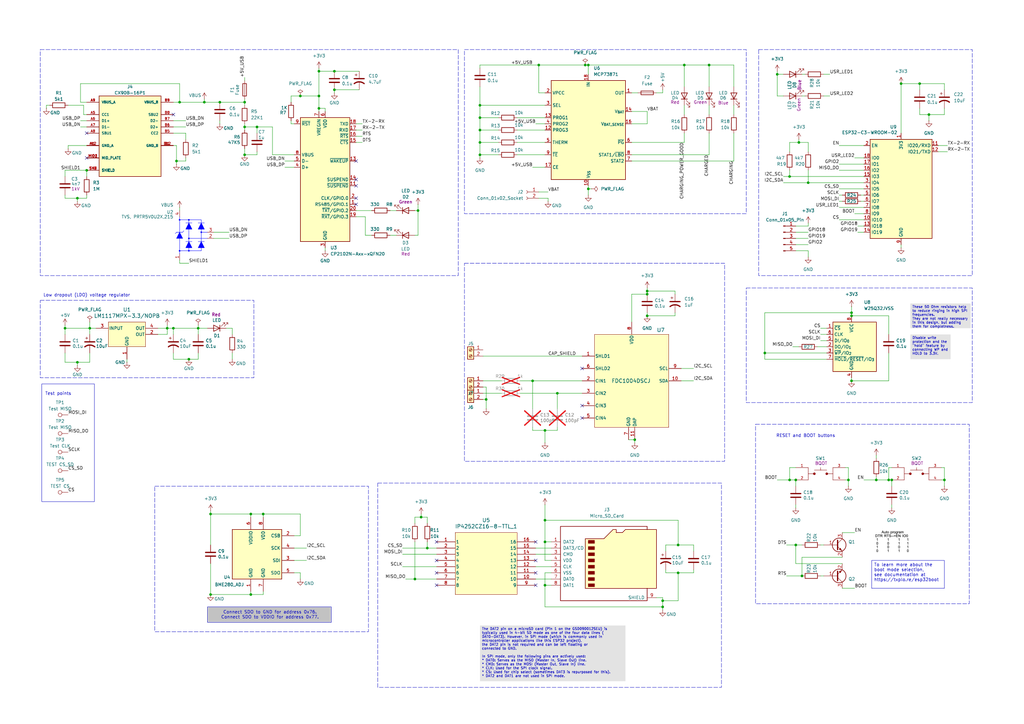
<source format=kicad_sch>
(kicad_sch (version 20250114) (generator "eeschema") (generator_version "9.0")
  (paper "A3")
  (title_block (title "SE Capacitive Sensor for WMC") (date "2025-03-04") (company "Schwengle-Electronics") (comment 1 "ing.Gianfranco Schwengle(CID)"))
  (lib_symbols
    (symbol "2025-05-15_18-18-51:FDC1004DSCJ" (pin_names (offset 0.254))
      (property "Reference" "U" (at 0 2.54 0))
      (property "Value" "FDC1004DSCJ" (at 0 0 0))
      (symbol "FDC1004DSCJ_0_1"
        (pin output line (at -20.32 10.16 0) (length 5.08) (name "SHLD1") (number "1"))
        (pin output line (at -20.32 5.08 0) (length 5.08) (name "SHLD2") (number "6"))
        (pin input line (at -20.32 0 0) (length 5.08) (name "CIN1") (number "2"))
        (pin input line (at -20.32 -5.08 0) (length 5.08) (name "CIN2") (number "3"))
        (pin input line (at -20.32 -10.16 0) (length 5.08) (name "CIN3") (number "4"))
        (pin input line (at -20.32 -15.24 0) (length 5.08) (name "CIN4") (number "5"))
        (pin power_in line (at -1.27 -24.13 90) (length 5.08) (name "GND") (number "7"))
        (pin power_in line (at 0 24.13 270) (length 5.08) (name "VDD") (number "8"))
        (pin unspecified line (at 1.27 -24.13 90) (length 5.08) (name "DAP") (number "11"))
        (pin input line (at 20.32 5.08 180) (length 5.08) (name "SCL") (number "9"))
        (pin bidirectional line (at 20.32 0 180) (length 5.08) (name "SDA") (number "10"))
      )
    )
    (symbol "2025-05-20_17-07-44:IP4252CZ16-8-TTL_1" (pin_names (offset 0.254))
      (property "Reference" "U" (at 20.32 10.16 0))
      (property "Value" "IP4252CZ16-8-TTL_1" (at 20.32 7.62 0))
      (symbol "IP4252CZ16-8-TTL_1_0_1"
        (pin unspecified line (at 0 0 0) (length 7.62) (name "1") (number "1"))
        (pin unspecified line (at 0 -2.54 0) (length 7.62) (name "2") (number "2"))
        (pin unspecified line (at 0 -5.08 0) (length 7.62) (name "3") (number "3"))
        (pin unspecified line (at 0 -7.62 0) (length 7.62) (name "4") (number "4"))
        (pin unspecified line (at 0 -10.16 0) (length 7.62) (name "5") (number "5"))
        (pin unspecified line (at 0 -12.7 0) (length 7.62) (name "6") (number "6"))
        (pin unspecified line (at 0 -15.24 0) (length 7.62) (name "7") (number "7"))
        (pin unspecified line (at 0 -17.78 0) (length 7.62) (name "8") (number "8"))
        (pin unspecified line (at 40.64 0 180) (length 7.62) (name "16") (number "16"))
        (pin unspecified line (at 40.64 -2.54 180) (length 7.62) (name "15") (number "15"))
        (pin unspecified line (at 40.64 -5.08 180) (length 7.62) (name "14") (number "14"))
        (pin unspecified line (at 40.64 -7.62 180) (length 7.62) (name "13") (number "13"))
        (pin unspecified line (at 40.64 -10.16 180) (length 7.62) (name "12") (number "12"))
        (pin unspecified line (at 40.64 -12.7 180) (length 7.62) (name "11") (number "11"))
        (pin unspecified line (at 40.64 -15.24 180) (length 7.62) (name "10") (number "10"))
        (pin unspecified line (at 40.64 -17.78 180) (length 7.62) (name "9") (number "9"))
      )
    )
    (symbol "Battery_Management:MCP73871"
      (property "Reference" "U" (at -7.62 24.13 0))
      (property "Value" "MCP73871" (at -15.24 21.59 0))
      (symbol "MCP73871_1_1"
        (pin input line (at -17.78 15.24 0) (length 2.54) (name "VPCC") (number "2"))
        (pin input line (at -17.78 10.16 0) (length 2.54) (name "SEL") (number "3"))
        (pin bidirectional line (at -17.78 5.08 0) (length 2.54) (name "PROG1") (number "13"))
        (pin input line (at -17.78 2.54 0) (length 2.54) (name "PROG2") (number "4"))
        (pin bidirectional line (at -17.78 0 0) (length 2.54) (name "PROG3") (number "12"))
        (pin bidirectional line (at -17.78 -5.08 0) (length 2.54) (name "THERM") (number "5"))
        (pin input line (at -17.78 -10.16 0) (length 2.54) (name "~{TE}") (number "9"))
        (pin input line (at -17.78 -15.24 0) (length 2.54) (name "CE") (number "17"))
        (pin power_in line (at 0 22.86 270) (length 2.54) (name "IN") (number "18"))
        (pin passive line (at 0 22.86 270) (length 2.54) (hide yes) (name "IN") (number "19"))
        (pin power_in line (at 0 -22.86 90) (length 2.54) (name "V_{SS}") (number "10"))
        (pin passive line (at 0 -22.86 90) (length 2.54) (hide yes) (name "V_{SS}") (number "11"))
        (pin passive line (at 0 -22.86 90) (length 2.54) (hide yes) (name "V_{SS}") (number "21"))
        (pin power_out line (at 17.78 15.24 180) (length 2.54) (name "OUT") (number "1"))
        (pin passive line (at 17.78 15.24 180) (length 2.54) (hide yes) (name "OUT") (number "20"))
        (pin power_out line (at 17.78 7.62 180) (length 2.54) (name "V_{BAT}") (number "14"))
        (pin passive line (at 17.78 7.62 180) (length 2.54) (hide yes) (name "V_{BAT}") (number "15"))
        (pin input line (at 17.78 2.54 180) (length 2.54) (name "V_{BAT_SENSE}") (number "16"))
        (pin open_collector line (at 17.78 -5.08 180) (length 2.54) (name "~{PG}") (number "6"))
        (pin open_collector line (at 17.78 -10.16 180) (length 2.54) (name "STAT1/~{LBO}") (number "8"))
        (pin open_collector line (at 17.78 -12.7 180) (length 2.54) (name "STAT2") (number "7"))
      )
    )
    (symbol "Connector:Conn_01x02_Socket" (pin_names (offset 1.016) (hide yes))
      (property "Reference" "J" (at 0 2.54 0))
      (property "Value" "Conn_01x02_Socket" (at 0 -5.08 0))
      (symbol "Conn_01x02_Socket_1_1"
        (pin passive line (at -5.08 0 0) (length 3.81) (name "Pin_1") (number "1"))
        (pin passive line (at -5.08 -2.54 0) (length 3.81) (name "Pin_2") (number "2"))
      )
    )
    (symbol "Connector:Conn_01x05_Pin" (pin_names (offset 1.016) (hide yes))
      (property "Reference" "J" (at 0 7.62 0))
      (property "Value" "Conn_01x05_Pin" (at 0 -7.62 0))
      (symbol "Conn_01x05_Pin_1_1"
        (pin passive line (at 5.08 5.08 180) (length 3.81) (name "Pin_1") (number "1"))
        (pin passive line (at 5.08 2.54 180) (length 3.81) (name "Pin_2") (number "2"))
        (pin passive line (at 5.08 0 180) (length 3.81) (name "Pin_3") (number "3"))
        (pin passive line (at 5.08 -2.54 180) (length 3.81) (name "Pin_4") (number "4"))
        (pin passive line (at 5.08 -5.08 180) (length 3.81) (name "Pin_5") (number "5"))
      )
    )
    (symbol "Connector:Micro_SD_Card" (pin_names (offset 1.016))
      (property "Reference" "J" (at -16.51 15.24 0))
      (property "Value" "Micro_SD_Card" (at 16.51 15.24 0))
      (symbol "Micro_SD_Card_1_1"
        (pin bidirectional line (at -22.86 7.62 0) (length 3.81) (name "DAT2") (number "1"))
        (pin bidirectional line (at -22.86 5.08 0) (length 3.81) (name "DAT3/CD") (number "2"))
        (pin input line (at -22.86 2.54 0) (length 3.81) (name "CMD") (number "3"))
        (pin power_in line (at -22.86 0 0) (length 3.81) (name "VDD") (number "4"))
        (pin input line (at -22.86 -2.54 0) (length 3.81) (name "CLK") (number "5"))
        (pin power_in line (at -22.86 -5.08 0) (length 3.81) (name "VSS") (number "6"))
        (pin bidirectional line (at -22.86 -7.62 0) (length 3.81) (name "DAT0") (number "7"))
        (pin bidirectional line (at -22.86 -10.16 0) (length 3.81) (name "DAT1") (number "8"))
        (pin passive line (at 20.32 -15.24 180) (length 3.81) (name "SHIELD") (number "9"))
      )
    )
    (symbol "Connector:Screw_Terminal_01x02" (pin_names (offset 1.016) (hide yes))
      (property "Reference" "J" (at 0 2.54 0))
      (property "Value" "Screw_Terminal_01x02" (at 0 -5.08 0))
      (symbol "Screw_Terminal_01x02_1_1"
        (pin passive line (at -5.08 0 0) (length 3.81) (name "Pin_1") (number "1"))
        (pin passive line (at -5.08 -2.54 0) (length 3.81) (name "Pin_2") (number "2"))
      )
    )
    (symbol "Connector:TestPoint" (pin_numbers (hide yes)) (pin_names (offset 0.762) (hide yes))
      (property "Reference" "TP" (at 0 6.858 0))
      (property "Value" "TestPoint" (at 0 5.08 0))
      (symbol "TestPoint_1_1"
        (pin passive line (at 0 0 90) (length 2.54) (name "1") (number "1"))
      )
    )
    (symbol "Device:C" (pin_numbers (hide yes)) (pin_names (offset 0.254))
      (property "Reference" "C" (at 0.635 2.54 0))
      (property "Value" "C" (at 0.635 -2.54 0))
      (symbol "C_1_1"
        (pin passive line (at 0 3.81 270) (length 2.794) (name "~") (number "1"))
        (pin passive line (at 0 -3.81 90) (length 2.794) (name "~") (number "2"))
      )
    )
    (symbol "Device:C_Polarized_US" (pin_numbers (hide yes)) (pin_names (offset 0.254) (hide yes))
      (property "Reference" "C" (at 0.635 2.54 0))
      (property "Value" "C_Polarized_US" (at 0.635 -2.54 0))
      (symbol "C_Polarized_US_1_1"
        (pin passive line (at 0 3.81 270) (length 2.794) (name "~") (number "1"))
        (pin passive line (at 0 -3.81 90) (length 3.302) (name "~") (number "2"))
      )
    )
    (symbol "Device:Fuse" (pin_numbers (hide yes)) (pin_names (offset 0))
      (property "Reference" "F" (at 2.032 0 90))
      (property "Value" "Fuse" (at -1.905 0 90))
      (symbol "Fuse_1_1"
        (pin passive line (at 0 3.81 270) (length 1.27) (name "~") (number "1"))
        (pin passive line (at 0 -3.81 90) (length 1.27) (name "~") (number "2"))
      )
    )
    (symbol "Device:LED" (pin_numbers (hide yes)) (pin_names (offset 1.016) (hide yes))
      (property "Reference" "D" (at 0 2.54 0))
      (property "Value" "LED" (at 0 -2.54 0))
      (symbol "LED_1_1"
        (pin passive line (at -3.81 0 0) (length 2.54) (name "K") (number "1"))
        (pin passive line (at 3.81 0 180) (length 2.54) (name "A") (number "2"))
      )
    )
    (symbol "Device:R" (pin_numbers (hide yes)) (pin_names (offset 0))
      (property "Reference" "R" (at 2.032 0 90))
      (property "Value" "R" (at 0 0 90))
      (symbol "R_1_1"
        (pin passive line (at 0 3.81 270) (length 1.27) (name "~") (number "1"))
        (pin passive line (at 0 -3.81 90) (length 1.27) (name "~") (number "2"))
      )
    )
    (symbol "HvA_R4_library:PRTR5V0U2X,215"
      (property "Reference" "U" (at 0 15.24 0))
      (property "MFN" "Nexperia USA Inc." (at 0 15.24 0))
      (property "MPN" "PRTR5V0U2X,215" (at 0 15.24 0))
      (property "SPN" "1727-3884-1-ND" (at 0 15.24 0))
      (property "LCSC" "C12333" (at 0 15.24 0))
      (property "Unidirectional Channels" "2" (at 0 15.24 0))
      (property "Voltage - reverse Standoff" "5.5V" (at 0 15.24 0))
      (property "Voltage - breakdown" "6V" (at 0 15.24 0))
      (symbol "PRTR5V0U2X,215_1_1"
        (pin bidirectional line (at -13.97 1.27 0) (length 2.54) (name "") (number "3"))
        (pin bidirectional line (at -13.97 -1.27 0) (length 2.54) (name "") (number "2"))
        (pin bidirectional line (at 0 10.16 270) (length 2.54) (name "") (number "4"))
        (pin bidirectional line (at 0 -10.16 90) (length 2.54) (name "") (number "1"))
      )
    )
    (symbol "Interface_USB:CP2102N-Axx-xQFN20"
      (property "Reference" "U" (at -8.89 26.67 0))
      (property "Value" "CP2102N-Axx-xQFN20" (at 12.7 26.67 0))
      (symbol "CP2102N-Axx-xQFN20_1_1"
        (pin input line (at -12.7 22.86 0) (length 2.54) (name "~{RST}") (number "9"))
        (pin input line (at -12.7 10.16 0) (length 2.54) (name "VBUS") (number "8"))
        (pin bidirectional line (at -12.7 7.62 0) (length 2.54) (name "D-") (number "5"))
        (pin bidirectional line (at -12.7 5.08 0) (length 2.54) (name "D+") (number "4"))
        (pin no_connect line (at -10.16 -22.86 0) (length 2.54) (hide yes) (name "NC") (number "10"))
        (pin power_in line (at -2.54 27.94 270) (length 2.54) (name "VREGIN") (number "7"))
        (pin power_in line (at 0 27.94 270) (length 2.54) (name "VDD") (number "6"))
        (pin passive line (at 0 -27.94 90) (length 2.54) (hide yes) (name "GND") (number "12"))
        (pin passive line (at 0 -27.94 90) (length 2.54) (hide yes) (name "GND") (number "21"))
        (pin power_in line (at 0 -27.94 90) (length 2.54) (name "GND") (number "3"))
        (pin output line (at 12.7 22.86 180) (length 2.54) (name "TXD") (number "18"))
        (pin input line (at 12.7 20.32 180) (length 2.54) (name "RXD") (number "17"))
        (pin output line (at 12.7 17.78 180) (length 2.54) (name "~{RTS}") (number "16"))
        (pin input line (at 12.7 15.24 180) (length 2.54) (name "~{CTS}") (number "15"))
        (pin input line (at 12.7 7.62 180) (length 2.54) (name "~{WAKEUP}") (number "13"))
        (pin output line (at 12.7 0 180) (length 2.54) (name "SUSPEND") (number "14"))
        (pin output line (at 12.7 -2.54 180) (length 2.54) (name "~{SUSPEND}") (number "11"))
        (pin bidirectional line (at 12.7 -7.62 180) (length 2.54) (name "CLK/GPIO.0") (number "2"))
        (pin bidirectional line (at 12.7 -10.16 180) (length 2.54) (name "RS485/GPIO.1") (number "1"))
        (pin bidirectional line (at 12.7 -12.7 180) (length 2.54) (name "~{TXT}/GPIO.2") (number "20"))
        (pin bidirectional line (at 12.7 -15.24 180) (length 2.54) (name "~{RXT}/GPIO.3") (number "19"))
      )
    )
    (symbol "Memory_Flash:W25Q32JVSS"
      (property "Reference" "U" (at -6.35 11.43 0))
      (property "Value" "W25Q32JVSS" (at 7.62 11.43 0))
      (symbol "W25Q32JVSS_1_1"
        (pin input line (at -10.16 7.62 0) (length 2.54) (name "~{CS}") (number "1"))
        (pin input line (at -10.16 5.08 0) (length 2.54) (name "CLK") (number "6"))
        (pin bidirectional line (at -10.16 2.54 0) (length 2.54) (name "DI/IO_{0}") (number "5"))
        (pin bidirectional line (at -10.16 0 0) (length 2.54) (name "DO/IO_{1}") (number "2"))
        (pin bidirectional line (at -10.16 -2.54 0) (length 2.54) (name "~{WP}/IO_{2}") (number "3"))
        (pin bidirectional line (at -10.16 -5.08 0) (length 2.54) (name "~{HOLD}/~{RESET}/IO_{3}") (number "7"))
        (pin power_in line (at 0 12.7 270) (length 2.54) (name "VCC") (number "8"))
        (pin power_in line (at 0 -12.7 90) (length 2.54) (name "GND") (number "4"))
      )
    )
    (symbol "RF_Module:ESP32-C3-WROOM-02"
      (property "Reference" "U" (at -12.192 21.336 0))
      (property "Value" "ESP32-C3-WROOM-02" (at 12.192 21.336 0))
      (symbol "ESP32-C3-WROOM-02_1_1"
        (pin input line (at -15.24 17.78 0) (length 2.54) (name "EN") (number "2"))
        (pin bidirectional line (at -15.24 12.7 0) (length 2.54) (name "IO0") (number "18"))
        (pin bidirectional line (at -15.24 10.16 0) (length 2.54) (name "IO1") (number "17"))
        (pin bidirectional line (at -15.24 7.62 0) (length 2.54) (name "IO2") (number "16"))
        (pin bidirectional line (at -15.24 5.08 0) (length 2.54) (name "IO3") (number "15"))
        (pin bidirectional line (at -15.24 2.54 0) (length 2.54) (name "IO4") (number "3"))
        (pin bidirectional line (at -15.24 0 0) (length 2.54) (name "IO5") (number "4"))
        (pin bidirectional line (at -15.24 -2.54 0) (length 2.54) (name "IO6") (number "5"))
        (pin bidirectional line (at -15.24 -5.08 0) (length 2.54) (name "IO7") (number "6"))
        (pin bidirectional line (at -15.24 -7.62 0) (length 2.54) (name "IO8") (number "7"))
        (pin bidirectional line (at -15.24 -10.16 0) (length 2.54) (name "IO9") (number "8"))
        (pin bidirectional line (at -15.24 -12.7 0) (length 2.54) (name "IO10") (number "10"))
        (pin bidirectional line (at -15.24 -15.24 0) (length 2.54) (name "IO18") (number "13"))
        (pin bidirectional line (at -15.24 -17.78 0) (length 2.54) (name "IO19") (number "14"))
        (pin power_in line (at 0 22.86 270) (length 2.54) (name "3V3") (number "1"))
        (pin passive line (at 0 -22.86 90) (length 2.54) (hide yes) (name "GND") (number "19"))
        (pin power_in line (at 0 -22.86 90) (length 2.54) (name "GND") (number "9"))
        (pin bidirectional line (at 15.24 17.78 180) (length 2.54) (name "IO20/RXD") (number "11"))
        (pin bidirectional line (at 15.24 15.24 180) (length 2.54) (name "IO21/TXD") (number "12"))
      )
    )
    (symbol "SparkFun-Capacitor:C" (pin_numbers (hide yes)) (pin_names (offset 0.254))
      (property "Reference" "C" (at 0.635 2.54 0))
      (property "Value" "C" (at 0.635 -2.54 0))
      (property "Voltage" "1kV" (at 0 -6.35 0))
      (property "Tolerance" "100%" (at 0 -8.89 0))
      (symbol "C_1_1"
        (pin passive line (at 0 3.81 270) (length 2.794) (name "~") (number "1"))
        (pin passive line (at 0 -3.81 90) (length 2.794) (name "~") (number "2"))
      )
    )
    (symbol "TL3305AF260QG_1" (pin_names (offset 1.016))
      (property "Reference" "SW" (at -5.08 5.08 0))
      (property "Value" "TL3305AF260QG" (at -5.08 -5.08 0))
      (symbol "TL3305AF260QG_1_0_0"
        (pin passive line (at -10.16 2.54 0) (length 5.08) (name "~") (number "1"))
        (pin passive line (at -10.16 -2.54 0) (length 5.08) (name "~") (number "2"))
        (pin passive line (at 10.16 2.54 180) (length 5.08) (name "~") (number "3"))
        (pin passive line (at 10.16 -2.54 180) (length 5.08) (name "~") (number "4"))
      )
    )
    (symbol "Transistor_BJT:BC817" (pin_names (offset 0) (hide yes))
      (property "Reference" "Q" (at 5.08 1.905 0))
      (property "Value" "BC817" (at 5.08 0 0))
      (symbol "BC817_1_1"
        (pin input line (at -5.08 0 0) (length 5.715) (name "B") (number "1"))
        (pin passive line (at 2.54 5.08 270) (length 2.54) (name "C") (number "3"))
        (pin passive line (at 2.54 -5.08 90) (length 2.54) (name "E") (number "2"))
      )
    )
    (symbol "power:+3V3" (power) (pin_numbers (hide yes)) (pin_names (offset 0) (hide yes))
      (property "Value" "+3V3" (at 0 3.556 0))
      (symbol "+3V3_1_1"
        (pin power_in line (at 0 0 90) (length 0) (name "~") (number "1"))
      )
    )
    (symbol "power:+5V" (power) (pin_numbers (hide yes)) (pin_names (offset 0) (hide yes))
      (property "Value" "+5V" (at 0 3.556 0))
      (symbol "+5V_1_1"
        (pin power_in line (at 0 0 90) (length 0) (name "~") (number "1"))
      )
    )
    (symbol "power:GND" (power) (pin_numbers (hide yes)) (pin_names (offset 0) (hide yes))
      (property "Value" "GND" (at 0 -3.81 0))
      (symbol "GND_1_1"
        (pin power_in line (at 0 0 270) (length 0) (name "~") (number "1"))
      )
    )
    (symbol "power:PWR_FLAG" (power) (pin_numbers (hide yes)) (pin_names (offset 0) (hide yes))
      (property "Value" "PWR_FLAG" (at 0 3.81 0))
      (symbol "PWR_FLAG_0_0"
        (pin power_out line (at 0 0 90) (length 0) (name "~") (number "1"))
      )
    )
    (symbol "power:VBUS" (power) (pin_numbers (hide yes)) (pin_names (offset 0) (hide yes))
      (property "Value" "VBUS" (at 0 3.556 0))
      (symbol "VBUS_1_1"
        (pin power_in line (at 0 0 90) (length 0) (name "~") (number "1"))
      )
    )
    (symbol "schwengle-electronics:BME280_ADJ"
      (property "Reference" "U" (at -8.89 11.43 0))
      (property "Value" "BME280_ADJ" (at 7.62 11.43 0))
      (symbol "BME280_ADJ_1_1"
        (pin power_in line (at -2.54 15.24 270) (length 5.08) (name "VDDIO") (number "6"))
        (pin power_in line (at -2.54 -15.24 90) (length 5.08) (name "GND") (number "1"))
        (pin power_in line (at 2.54 15.24 270) (length 5.08) (name "VDD") (number "8"))
        (pin power_in line (at 2.54 -15.24 90) (length 5.08) (name "GND") (number "7"))
        (pin input line (at 15.24 7.62 180) (length 5.08) (name "CSB") (number "2"))
        (pin input line (at 15.24 2.54 180) (length 5.08) (name "SCK") (number "4"))
        (pin bidirectional line (at 15.24 -2.54 180) (length 5.08) (name "SDI") (number "3"))
        (pin bidirectional line (at 15.24 -7.62 180) (length 5.08) (name "SDO") (number "5"))
      )
    )
    (symbol "schwengle-electronics:CX90B-16P1" (pin_names (offset 1.016))
      (property "Reference" "J" (at -12.7 16.002 0))
      (property "Value" "CX90B-16P1" (at -12.7 -20.32 0))
      (symbol "CX90B-16P1_0_0"
        (pin power_in line (at -17.78 12.7 0) (length 5.08) (name "VBUS_A") (number "A4"))
        (pin power_in line (at -17.78 12.7 0) (length 5.08) (name "VBUS_A") (number "A9"))
        (pin bidirectional line (at -17.78 7.62 0) (length 5.08) (name "CC1") (number "A5"))
        (pin bidirectional line (at -17.78 5.08 0) (length 5.08) (name "D1+") (number "A6"))
        (pin bidirectional line (at -17.78 2.54 0) (length 5.08) (name "D1-") (number "A7"))
        (pin bidirectional line (at -17.78 0 0) (length 5.08) (name "SBU1") (number "A8"))
        (pin power_in line (at -17.78 -5.08 0) (length 5.08) (name "GND_A") (number "A1"))
        (pin power_in line (at -17.78 -5.08 0) (length 5.08) (name "GND_A") (number "A12"))
        (pin passive line (at -17.78 -10.16 0) (length 5.08) (name "MID_PLATE") (number "MID1"))
        (pin passive line (at -17.78 -10.16 0) (length 5.08) (name "MID_PLATE") (number "MID2"))
        (pin passive line (at -17.78 -15.24 0) (length 5.08) (name "SHIELD") (number "SH1"))
        (pin passive line (at -17.78 -15.24 0) (length 5.08) (name "SHIELD") (number "SH2"))
        (pin passive line (at -17.78 -15.24 0) (length 5.08) (name "SHIELD") (number "SH3"))
        (pin passive line (at -17.78 -15.24 0) (length 5.08) (name "SHIELD") (number "SH4"))
        (pin passive line (at -17.78 -15.24 0) (length 5.08) (name "SHIELD") (number "SH5"))
        (pin passive line (at -17.78 -15.24 0) (length 5.08) (name "SHIELD") (number "SH6"))
        (pin power_in line (at 17.78 12.7 180) (length 5.08) (name "VBUS_B") (number "B4"))
        (pin power_in line (at 17.78 12.7 180) (length 5.08) (name "VBUS_B") (number "B9"))
        (pin bidirectional line (at 17.78 7.62 180) (length 5.08) (name "SBU2") (number "B8"))
        (pin bidirectional line (at 17.78 5.08 180) (length 5.08) (name "D2-") (number "B7"))
        (pin bidirectional line (at 17.78 2.54 180) (length 5.08) (name "D2+") (number "B6"))
        (pin bidirectional line (at 17.78 0 180) (length 5.08) (name "CC2") (number "B5"))
        (pin power_in line (at 17.78 -5.08 180) (length 5.08) (name "GND_B") (number "B1"))
        (pin power_in line (at 17.78 -5.08 180) (length 5.08) (name "GND_B") (number "B12"))
      )
    )
    (symbol "schwengle-electronics:LM1117MPX-3.3_NOPB" (pin_names (offset 0.254))
      (property "Reference" "U" (at -0.254 12.446 0))
      (property "Value" "LM1117MPX-3.3/NOPB" (at -0.508 9.652 0))
      (symbol "LM1117MPX-3.3_NOPB_0_1"
        (pin power_in line (at -12.7 2.54 0) (length 5.08) (name "INPUT") (number "3"))
        (pin power_in line (at 0 -10.16 90) (length 5.08) (name "GND") (number "1"))
        (pin power_in line (at 12.7 2.54 180) (length 5.08) (name "OUT") (number "4"))
        (pin power_in line (at 12.7 0 180) (length 5.08) (name "OUT") (number "2"))
      )
    )
  )
  (rectangle (start 63.5 199.39) (end 151.13 259.08) (stroke (width 0) (type dash)))
  (rectangle (start 85.09 248.92) (end 135.89 255.27) (fill (type color) (color 194 194 194 1)))
  (rectangle (start 16.51 20.32) (end 187.96 113.03) (stroke (width 0) (type dash)))
  (rectangle (start 154.94 198.12) (end 295.91 281.94) (stroke (width 0) (type dash)))
  (rectangle (start 311.15 20.32) (end 398.78 113.03) (stroke (width 0) (type dash)))
  (rectangle (start 17.145 157.48) (end 38.735 205.74))
  (rectangle (start 16.51 123.19) (end 104.14 154.94) (stroke (width 0) (type dash)))
  (rectangle (start 190.5 20.32) (end 306.07 87.63) (stroke (width 0) (type dash)))
  (rectangle (start 306.07 118.11) (end 398.78 165.1) (stroke (width 0) (type dash)))
  (rectangle (start 190.5 107.95) (end 297.18 189.23) (stroke (width 0) (type dash)))
  (rectangle (start 309.88 173.99) (end 397.51 247.65) (stroke (width 0) (type dash)))
  (text "RESET and BOOT buttons" (at 330.454 178.816 0) (effects (font (size 1.27 1.27))))
  (text "Low dropout (LDO) voltage regulator" (at 35.56 121.158 0) (effects (font (size 1.27 1.27))))
  (text "Connect SDO to GND for address 0x76.\nConnect SDO to VDDIO for address 0x77." (at 110.744 252.222 0) (effects (font (size 1.27 1.27))))
  (text "Test points" (at 23.876 161.544 0) (effects (font (size 1.27 1.27))))
  (text_box "These 50 Ohm resistors help to reduce ringing in high SPI frequencies. \nThey are not really necessary in this design, but adding them for completness." (at 373.38 124.46 0) (size 24.765 10.16) (margins 0.7499 0.7499 0.7499 0.7499) (stroke (width -0.0001)) (fill (type color) (color 194 194 194 0.45)) (effects (font (size 1 1)) (justify left top)))
  (text_box "Disable write protection and the \"hold\" feature by connecting WP and HOLD to 3.3V." (at 373.38 137.16 0) (size 16.51 10.16) (margins 0.7499 0.7499 0.7499 0.7499) (stroke (width -0.0001)) (fill (type color) (color 194 194 194 0.45)) (effects (font (size 1 1)) (justify left top)))
  (text_box "To learn more about the boot mode selection,\nsee documentation at https://txplo.re/esp32boot" (at 357.505 229.87 0) (size 29.845 11.43) (margins 0.9525 0.9525 0.9525 0.9525) (effects (font (size 1.27 1.27)) (justify left top)))
  (text_box "The DAT2 pin on a microSD card (Pin 1 on the GSD090012SEU) is \ntypically used in 4-bit SD mode as one of the four data lines (\nDAT0-DAT3). However, in SPI mode (which is commonly used in \nmicrocontroller applications like this ESP32 project), \nthe DAT2 pin is not required and can be left floating or \nconnected to GND. \n\nIn SPI mode, only the following pins are actively used:\n* DAT0: Serves as the MISO (Master In, Slave Out) line.\n* CMD: Serves as the MOSI (Master Out, Slave In) line.\n* CLK: Used for the SPI clock signal.\n* CS: Used for chip select (sometimes DAT3 is repurposed for this).\n* DAT2 and DAT1 are not used in SPI mode." (at 196.85 256.54 0) (size 59.69 22.86) (margins 0.7499 0.7499 0.7499 0.7499) (stroke (width -0.0001)) (fill (type color) (color 194 194 194 0.45)) (effects (font (size 1 1)) (justify left top)))
  (junction (at 223.52 240.03))
  (junction (at 130.81 44.45))
  (junction (at 90.17 41.91))
  (junction (at 290.83 26.67))
  (junction (at 280.67 26.67))
  (junction (at 387.35 196.85))
  (junction (at 218.44 156.21))
  (junction (at 326.39 223.52))
  (junction (at 196.85 63.5))
  (junction (at 265.43 120.65))
  (junction (at 271.78 246.38))
  (junction (at 72.39 66.04))
  (junction (at 223.52 213.36))
  (junction (at 265.43 119.38))
  (junction (at 223.52 176.53))
  (junction (at 349.25 128.27))
  (junction (at 223.52 222.25))
  (junction (at 71.12 134.62))
  (junction (at 241.3 26.67))
  (junction (at 36.83 134.62))
  (junction (at 331.47 74.93))
  (junction (at 170.18 237.49))
  (junction (at 86.36 243.84))
  (junction (at 359.41 196.85))
  (junction (at 364.49 196.85))
  (junction (at 326.39 196.85))
  (junction (at 105.41 52.07))
  (junction (at 228.6 161.29))
  (junction (at 31.75 148.59))
  (junction (at 271.78 248.92))
  (junction (at 323.85 72.39))
  (junction (at 35.56 69.85))
  (junction (at 31.75 81.28))
  (junction (at 196.85 58.42))
  (junction (at 123.19 39.37))
  (junction (at 130.81 29.21))
  (junction (at 278.13 223.52))
  (junction (at 196.85 43.18))
  (junction (at 137.16 36.83))
  (junction (at 313.69 144.78))
  (junction (at 81.28 134.62))
  (junction (at 349.25 129.54))
  (junction (at 73.66 41.91))
  (junction (at 318.77 30.48))
  (junction (at 196.85 53.34))
  (junction (at 102.87 243.84))
  (junction (at 102.87 210.82))
  (junction (at 137.16 29.21))
  (junction (at 107.95 210.82))
  (junction (at 260.35 180.34))
  (junction (at 196.85 48.26))
  (junction (at 377.19 34.29))
  (junction (at 265.43 129.54))
  (junction (at 130.81 39.37))
  (junction (at 328.93 236.22))
  (junction (at 220.98 26.67))
  (junction (at 381 46.99))
  (junction (at 327.66 58.42))
  (junction (at 83.82 41.91))
  (junction (at 241.3 77.47))
  (junction (at 199.39 163.83))
  (junction (at 68.58 134.62))
  (junction (at 175.26 224.79))
  (junction (at 100.33 63.5))
  (junction (at 349.25 156.21))
  (junction (at 369.57 34.29))
  (junction (at 86.36 210.82))
  (junction (at 26.67 134.62))
  (junction (at 347.98 196.85))
  (junction (at 172.72 212.09))
  (junction (at 100.33 41.91))
  (junction (at 278.13 234.95))
  (junction (at 323.85 196.85))
  (junction (at 365.76 196.85))
  (junction (at 77.47 147.32))
  (junction (at 100.33 52.07))
  (junction (at 240.03 26.67))
  (junction (at 171.45 86.36))
  (no_connect (at 219.71 240.03))
  (no_connect (at 71.12 46.99))
  (no_connect (at 146.05 76.2))
  (no_connect (at 238.76 171.45))
  (no_connect (at 238.76 151.13))
  (no_connect (at 35.56 54.61))
  (no_connect (at 35.56 64.77))
  (no_connect (at 219.71 229.87))
  (no_connect (at 179.07 229.87))
  (no_connect (at 219.71 234.95))
  (no_connect (at 146.05 66.04))
  (no_connect (at 146.05 73.66))
  (no_connect (at 179.07 222.25))
  (no_connect (at 179.07 234.95))
  (no_connect (at 238.76 166.37))
  (no_connect (at 146.05 83.82))
  (no_connect (at 219.71 222.25))
  (no_connect (at 146.05 81.28))
  (no_connect (at 179.07 240.03))
  (wire (pts (xy 278.13 234.95) (xy 278.13 246.38)))
  (wire (pts (xy 199.39 158.75) (xy 199.39 163.83)))
  (wire (pts (xy 119.38 50.8) (xy 119.38 49.53)))
  (wire (pts (xy 223.52 176.53) (xy 223.52 181.61)))
  (wire (pts (xy 27.94 59.69) (xy 35.56 59.69)))
  (wire (pts (xy 300.99 35.56) (xy 300.99 26.67)))
  (wire (pts (xy 111.76 63.5) (xy 111.76 52.07)))
  (wire (pts (xy 276.86 128.27) (xy 276.86 129.54)))
  (wire (pts (xy 213.36 161.29) (xy 228.6 161.29)))
  (wire (pts (xy 86.36 210.82) (xy 102.87 210.82)))
  (wire (pts (xy 381 46.99) (xy 387.35 46.99)))
  (wire (pts (xy 377.19 46.99) (xy 381 46.99)))
  (wire (pts (xy 34.29 46.99) (xy 34.29 43.18)))
  (wire (pts (xy 381 46.99) (xy 381 49.53)))
  (wire (pts (xy 278.13 223.52) (xy 284.48 223.52)))
  (wire (pts (xy 344.17 85.09) (xy 354.33 85.09)))
  (wire (pts (xy 278.13 223.52) (xy 278.13 213.36)))
  (wire (pts (xy 35.56 41.91) (xy 33.02 41.91)))
  (wire (pts (xy 218.44 68.58) (xy 223.52 68.58)))
  (wire (pts (xy 165.1 232.41) (xy 179.07 232.41)))
  (wire (pts (xy 73.66 41.91) (xy 83.82 41.91)))
  (wire (pts (xy 349.25 125.73) (xy 349.25 128.27)))
  (wire (pts (xy 165.1 224.79) (xy 175.26 224.79)))
  (wire (pts (xy 223.52 240.03) (xy 226.06 240.03)))
  (wire (pts (xy 133.35 45.72) (xy 133.35 44.45)))
  (wire (pts (xy 71.12 134.62) (xy 71.12 137.16)))
  (wire (pts (xy 220.98 78.74) (xy 224.79 78.74)))
  (wire (pts (xy 344.17 67.31) (xy 354.33 67.31)))
  (wire (pts (xy 123.19 39.37) (xy 130.81 39.37)))
  (wire (pts (xy 137.16 36.83) (xy 137.16 38.1)))
  (wire (pts (xy 322.58 236.22) (xy 328.93 236.22)))
  (wire (pts (xy 71.12 52.07) (xy 76.2 52.07)))
  (wire (pts (xy 81.28 134.62) (xy 85.09 134.62)))
  (wire (pts (xy 137.16 29.21) (xy 147.32 29.21)))
  (wire (pts (xy 87.63 97.79) (xy 93.98 97.79)))
  (wire (pts (xy 228.6 161.29) (xy 228.6 167.64)))
  (wire (pts (xy 105.41 52.07) (xy 111.76 52.07)))
  (wire (pts (xy 160.02 96.52) (xy 162.56 96.52)))
  (wire (pts (xy 36.83 144.78) (xy 36.83 148.59)))
  (wire (pts (xy 223.52 234.95) (xy 223.52 240.03)))
  (wire (pts (xy 321.31 74.93) (xy 331.47 74.93)))
  (wire (pts (xy 83.82 40.64) (xy 83.82 41.91)))
  (wire (pts (xy 165.1 227.33) (xy 179.07 227.33)))
  (wire (pts (xy 77.47 147.32) (xy 81.28 147.32)))
  (wire (pts (xy 336.55 223.52) (xy 337.82 223.52)))
  (wire (pts (xy 130.81 27.94) (xy 130.81 29.21)))
  (wire (pts (xy 259.08 45.72) (xy 265.43 45.72)))
  (wire (pts (xy 326.39 207.01) (xy 326.39 208.28)))
  (wire (pts (xy 365.76 196.85) (xy 365.76 199.39)))
  (wire (pts (xy 278.13 213.36) (xy 223.52 213.36)))
  (wire (pts (xy 130.81 44.45) (xy 130.81 45.72)))
  (wire (pts (xy 172.72 210.82) (xy 172.72 212.09)))
  (wire (pts (xy 107.95 212.09) (xy 107.95 210.82)))
  (wire (pts (xy 196.85 58.42) (xy 204.47 58.42)))
  (wire (pts (xy 198.12 158.75) (xy 199.39 158.75)))
  (wire (pts (xy 318.77 196.85) (xy 323.85 196.85)))
  (wire (pts (xy 105.41 52.07) (xy 105.41 54.61)))
  (wire (pts (xy 326.39 191.77) (xy 323.85 191.77)))
  (wire (pts (xy 72.39 67.31) (xy 72.39 66.04)))
  (wire (pts (xy 344.17 80.01) (xy 345.44 80.01)))
  (wire (pts (xy 353.06 82.55) (xy 354.33 82.55)))
  (wire (pts (xy 35.56 81.28) (xy 35.56 80.01)))
  (wire (pts (xy 36.83 134.62) (xy 36.83 137.16)))
  (wire (pts (xy 166.37 237.49) (xy 170.18 237.49)))
  (wire (pts (xy 276.86 129.54) (xy 265.43 129.54)))
  (wire (pts (xy 354.33 196.85) (xy 359.41 196.85)))
  (wire (pts (xy 331.47 92.71) (xy 326.39 92.71)))
  (wire (pts (xy 36.83 132.08) (xy 36.83 134.62)))
  (wire (pts (xy 377.19 34.29) (xy 377.19 36.83)))
  (wire (pts (xy 100.33 52.07) (xy 105.41 52.07)))
  (wire (pts (xy 377.19 44.45) (xy 377.19 46.99)))
  (wire (pts (xy 170.18 214.63) (xy 170.18 212.09)))
  (wire (pts (xy 365.76 207.01) (xy 365.76 208.28)))
  (wire (pts (xy 327.66 58.42) (xy 331.47 58.42)))
  (wire (pts (xy 220.98 26.67) (xy 220.98 38.1)))
  (wire (pts (xy 226.06 234.95) (xy 223.52 234.95)))
  (wire (pts (xy 300.99 66.04) (xy 259.08 66.04)))
  (wire (pts (xy 73.66 34.29) (xy 73.66 41.91)))
  (wire (pts (xy 223.52 240.03) (xy 223.52 248.92)))
  (wire (pts (xy 77.47 107.95) (xy 73.66 107.95)))
  (wire (pts (xy 130.81 29.21) (xy 137.16 29.21)))
  (wire (pts (xy 100.33 52.07) (xy 100.33 53.34)))
  (wire (pts (xy 278.13 246.38) (xy 271.78 246.38)))
  (wire (pts (xy 387.35 34.29) (xy 387.35 36.83)))
  (wire (pts (xy 219.71 237.49) (xy 226.06 237.49)))
  (wire (pts (xy 347.98 196.85) (xy 347.98 191.77)))
  (wire (pts (xy 364.49 196.85) (xy 365.76 196.85)))
  (wire (pts (xy 170.18 86.36) (xy 171.45 86.36)))
  (wire (pts (xy 241.3 77.47) (xy 242.57 77.47)))
  (wire (pts (xy 364.49 137.16) (xy 364.49 129.54)))
  (wire (pts (xy 313.69 147.32) (xy 313.69 144.78)))
  (wire (pts (xy 337.82 39.37) (xy 340.36 39.37)))
  (wire (pts (xy 35.56 69.85) (xy 35.56 72.39)))
  (wire (pts (xy 273.05 234.95) (xy 278.13 234.95)))
  (wire (pts (xy 284.48 234.95) (xy 284.48 233.68)))
  (wire (pts (xy 335.28 142.24) (xy 339.09 142.24)))
  (wire (pts (xy 213.36 156.21) (xy 218.44 156.21)))
  (wire (pts (xy 218.44 175.26) (xy 218.44 176.53)))
  (wire (pts (xy 271.78 245.11) (xy 269.24 245.11)))
  (wire (pts (xy 384.81 62.23) (xy 388.62 62.23)))
  (wire (pts (xy 196.85 35.56) (xy 196.85 43.18)))
  (wire (pts (xy 73.66 107.95) (xy 73.66 106.68)))
  (wire (pts (xy 290.83 26.67) (xy 280.67 26.67)))
  (wire (pts (xy 68.58 133.35) (xy 68.58 134.62)))
  (wire (pts (xy 387.35 44.45) (xy 387.35 46.99)))
  (wire (pts (xy 219.71 50.8) (xy 223.52 50.8)))
  (wire (pts (xy 218.44 156.21) (xy 218.44 167.64)))
  (wire (pts (xy 81.28 137.16) (xy 81.28 134.62)))
  (wire (pts (xy 318.77 30.48) (xy 318.77 39.37)))
  (wire (pts (xy 87.63 95.25) (xy 93.98 95.25)))
  (wire (pts (xy 226.06 222.25) (xy 223.52 222.25)))
  (wire (pts (xy 130.81 39.37) (xy 130.81 44.45)))
  (wire (pts (xy 33.02 41.91) (xy 33.02 34.29)))
  (wire (pts (xy 331.47 69.85) (xy 331.47 74.93)))
  (wire (pts (xy 76.2 54.61) (xy 71.12 54.61)))
  (wire (pts (xy 241.3 77.47) (xy 241.3 80.01)))
  (wire (pts (xy 364.49 144.78) (xy 364.49 156.21)))
  (wire (pts (xy 259.08 132.08) (xy 259.08 120.65)))
  (wire (pts (xy 223.52 229.87) (xy 223.52 222.25)))
  (wire (pts (xy 123.19 234.95) (xy 123.19 237.49)))
  (wire (pts (xy 344.17 77.47) (xy 354.33 77.47)))
  (wire (pts (xy 344.17 59.69) (xy 354.33 59.69)))
  (wire (pts (xy 86.36 243.84) (xy 102.87 243.84)))
  (wire (pts (xy 280.67 35.56) (xy 280.67 26.67)))
  (wire (pts (xy 386.08 196.85) (xy 387.35 196.85)))
  (wire (pts (xy 100.33 40.64) (xy 100.33 41.91)))
  (wire (pts (xy 130.81 29.21) (xy 130.81 39.37)))
  (wire (pts (xy 120.65 234.95) (xy 123.19 234.95)))
  (wire (pts (xy 86.36 210.82) (xy 86.36 223.52)))
  (wire (pts (xy 212.09 63.5) (xy 223.52 63.5)))
  (wire (pts (xy 170.18 96.52) (xy 171.45 96.52)))
  (wire (pts (xy 240.03 26.67) (xy 220.98 26.67)))
  (wire (pts (xy 326.39 95.25) (xy 331.47 95.25)))
  (wire (pts (xy 100.33 41.91) (xy 100.33 43.18)))
  (wire (pts (xy 313.69 128.27) (xy 349.25 128.27)))
  (wire (pts (xy 86.36 243.84) (xy 86.36 231.14)))
  (wire (pts (xy 120.65 50.8) (xy 119.38 50.8)))
  (wire (pts (xy 345.44 218.44) (xy 350.52 218.44)))
  (wire (pts (xy 273.05 226.06) (xy 273.05 223.52)))
  (wire (pts (xy 31.75 81.28) (xy 35.56 81.28)))
  (wire (pts (xy 347.98 199.39) (xy 347.98 196.85)))
  (wire (pts (xy 273.05 234.95) (xy 273.05 233.68)))
  (wire (pts (xy 198.12 156.21) (xy 205.74 156.21)))
  (wire (pts (xy 387.35 34.29) (xy 377.19 34.29)))
  (wire (pts (xy 269.24 38.1) (xy 271.78 38.1)))
  (wire (pts (xy 265.43 128.27) (xy 265.43 129.54)))
  (wire (pts (xy 219.71 227.33) (xy 226.06 227.33)))
  (wire (pts (xy 120.65 229.87) (xy 125.73 229.87)))
  (wire (pts (xy 350.52 87.63) (xy 354.33 87.63)))
  (wire (pts (xy 146.05 55.88) (xy 148.59 55.88)))
  (wire (pts (xy 284.48 223.52) (xy 284.48 226.06)))
  (wire (pts (xy 90.17 49.53) (xy 90.17 50.8)))
  (wire (pts (xy 290.83 63.5) (xy 259.08 63.5)))
  (wire (pts (xy 322.58 223.52) (xy 326.39 223.52)))
  (wire (pts (xy 196.85 63.5) (xy 204.47 63.5)))
  (wire (pts (xy 72.39 66.04) (xy 72.39 59.69)))
  (wire (pts (xy 384.81 59.69) (xy 388.62 59.69)))
  (wire (pts (xy 95.25 137.16) (xy 95.25 134.62)))
  (wire (pts (xy 212.09 58.42) (xy 223.52 58.42)))
  (wire (pts (xy 27.94 60.96) (xy 27.94 59.69)))
  (wire (pts (xy 86.36 209.55) (xy 86.36 210.82)))
  (wire (pts (xy 64.77 137.16) (xy 68.58 137.16)))
  (wire (pts (xy 196.85 26.67) (xy 196.85 27.94)))
  (wire (pts (xy 19.05 43.18) (xy 19.05 44.45)))
  (wire (pts (xy 369.57 100.33) (xy 369.57 101.6)))
  (wire (pts (xy 73.66 85.09) (xy 73.66 86.36)))
  (wire (pts (xy 204.47 48.26) (xy 196.85 48.26)))
  (wire (pts (xy 328.93 228.6) (xy 328.93 236.22)))
  (wire (pts (xy 107.95 210.82) (xy 102.87 210.82)))
  (wire (pts (xy 146.05 86.36) (xy 152.4 86.36)))
  (wire (pts (xy 273.05 223.52) (xy 278.13 223.52)))
  (wire (pts (xy 224.79 81.28) (xy 224.79 82.55)))
  (wire (pts (xy 276.86 119.38) (xy 276.86 120.65)))
  (wire (pts (xy 223.52 43.18) (xy 196.85 43.18)))
  (wire (pts (xy 26.67 134.62) (xy 36.83 134.62)))
  (wire (pts (xy 318.77 39.37) (xy 321.31 39.37)))
  (wire (pts (xy 31.75 149.86) (xy 31.75 148.59)))
  (wire (pts (xy 20.32 43.18) (xy 19.05 43.18)))
  (wire (pts (xy 345.44 241.3) (xy 350.52 241.3)))
  (wire (pts (xy 300.99 54.61) (xy 300.99 66.04)))
  (wire (pts (xy 198.12 146.05) (xy 238.76 146.05)))
  (wire (pts (xy 212.09 53.34) (xy 223.52 53.34)))
  (wire (pts (xy 257.81 180.34) (xy 260.35 180.34)))
  (wire (pts (xy 107.95 243.84) (xy 102.87 243.84)))
  (wire (pts (xy 259.08 38.1) (xy 261.62 38.1)))
  (wire (pts (xy 241.3 26.67) (xy 240.03 26.67)))
  (wire (pts (xy 353.06 80.01) (xy 354.33 80.01)))
  (wire (pts (xy 347.98 191.77) (xy 346.71 191.77)))
  (wire (pts (xy 228.6 161.29) (xy 238.76 161.29)))
  (wire (pts (xy 26.67 72.39) (xy 26.67 69.85)))
  (wire (pts (xy 323.85 196.85) (xy 326.39 196.85)))
  (wire (pts (xy 26.67 69.85) (xy 35.56 69.85)))
  (wire (pts (xy 133.35 44.45) (xy 130.81 44.45)))
  (wire (pts (xy 279.4 156.21) (xy 284.48 156.21)))
  (wire (pts (xy 26.67 148.59) (xy 26.67 144.78)))
  (wire (pts (xy 387.35 196.85) (xy 387.35 191.77)))
  (wire (pts (xy 364.49 129.54) (xy 349.25 129.54)))
  (wire (pts (xy 68.58 134.62) (xy 71.12 134.62)))
  (wire (pts (xy 336.55 236.22) (xy 337.82 236.22)))
  (wire (pts (xy 196.85 58.42) (xy 196.85 63.5)))
  (wire (pts (xy 220.98 26.67) (xy 196.85 26.67)))
  (wire (pts (xy 149.86 88.9) (xy 146.05 88.9)))
  (wire (pts (xy 364.49 156.21) (xy 349.25 156.21)))
  (wire (pts (xy 71.12 144.78) (xy 71.12 147.32)))
  (wire (pts (xy 171.45 86.36) (xy 171.45 96.52)))
  (wire (pts (xy 212.09 48.26) (xy 223.52 48.26)))
  (wire (pts (xy 172.72 212.09) (xy 175.26 212.09)))
  (wire (pts (xy 331.47 102.87) (xy 331.47 105.41)))
  (wire (pts (xy 26.67 133.35) (xy 26.67 134.62)))
  (wire (pts (xy 196.85 53.34) (xy 204.47 53.34)))
  (wire (pts (xy 350.52 64.77) (xy 354.33 64.77)))
  (wire (pts (xy 26.67 148.59) (xy 31.75 148.59)))
  (wire (pts (xy 76.2 57.15) (xy 76.2 54.61)))
  (wire (pts (xy 102.87 210.82) (xy 102.87 212.09)))
  (wire (pts (xy 76.2 66.04) (xy 72.39 66.04)))
  (wire (pts (xy 119.38 39.37) (xy 119.38 41.91)))
  (wire (pts (xy 359.41 196.85) (xy 364.49 196.85)))
  (wire (pts (xy 175.26 224.79) (xy 179.07 224.79)))
  (wire (pts (xy 116.84 68.58) (xy 120.65 68.58)))
  (wire (pts (xy 218.44 156.21) (xy 238.76 156.21)))
  (wire (pts (xy 336.55 134.62) (xy 339.09 134.62)))
  (wire (pts (xy 278.13 234.95) (xy 284.48 234.95)))
  (wire (pts (xy 27.94 43.18) (xy 34.29 43.18)))
  (wire (pts (xy 328.93 30.48) (xy 330.2 30.48)))
  (wire (pts (xy 331.47 91.44) (xy 331.47 92.71)))
  (wire (pts (xy 33.02 34.29) (xy 73.66 34.29)))
  (wire (pts (xy 339.09 147.32) (xy 313.69 147.32)))
  (wire (pts (xy 170.18 212.09) (xy 172.72 212.09)))
  (wire (pts (xy 326.39 223.52) (xy 328.93 223.52)))
  (wire (pts (xy 223.52 248.92) (xy 271.78 248.92)))
  (wire (pts (xy 346.71 196.85) (xy 347.98 196.85)))
  (wire (pts (xy 83.82 41.91) (xy 90.17 41.91)))
  (wire (pts (xy 198.12 161.29) (xy 205.74 161.29)))
  (wire (pts (xy 290.83 35.56) (xy 290.83 26.67)))
  (wire (pts (xy 313.69 144.78) (xy 313.69 128.27)))
  (wire (pts (xy 344.17 69.85) (xy 354.33 69.85)))
  (wire (pts (xy 105.41 63.5) (xy 100.33 63.5)))
  (wire (pts (xy 265.43 119.38) (xy 276.86 119.38)))
  (wire (pts (xy 318.77 30.48) (xy 321.31 30.48)))
  (wire (pts (xy 387.35 196.85) (xy 387.35 199.39)))
  (wire (pts (xy 280.67 58.42) (xy 259.08 58.42)))
  (wire (pts (xy 323.85 62.23) (xy 323.85 58.42)))
  (wire (pts (xy 107.95 242.57) (xy 107.95 243.84)))
  (wire (pts (xy 328.93 39.37) (xy 330.2 39.37)))
  (wire (pts (xy 271.78 246.38) (xy 271.78 248.92)))
  (wire (pts (xy 349.25 128.27) (xy 349.25 129.54)))
  (wire (pts (xy 321.31 72.39) (xy 323.85 72.39)))
  (wire (pts (xy 337.82 30.48) (xy 340.36 30.48)))
  (wire (pts (xy 146.05 58.42) (xy 148.59 58.42)))
  (wire (pts (xy 120.65 219.71) (xy 123.19 219.71)))
  (wire (pts (xy 160.02 86.36) (xy 162.56 86.36)))
  (wire (pts (xy 119.38 39.37) (xy 123.19 39.37)))
  (wire (pts (xy 116.84 66.04) (xy 120.65 66.04)))
  (wire (pts (xy 26.67 137.16) (xy 26.67 134.62)))
  (wire (pts (xy 241.3 76.2) (xy 241.3 77.47)))
  (wire (pts (xy 265.43 118.11) (xy 265.43 119.38)))
  (wire (pts (xy 300.99 43.18) (xy 300.99 46.99)))
  (wire (pts (xy 228.6 176.53) (xy 223.52 176.53)))
  (wire (pts (xy 31.75 81.28) (xy 31.75 82.55)))
  (wire (pts (xy 35.56 46.99) (xy 34.29 46.99)))
  (wire (pts (xy 219.71 224.79) (xy 226.06 224.79)))
  (wire (pts (xy 326.39 100.33) (xy 331.47 100.33)))
  (wire (pts (xy 336.55 139.7) (xy 339.09 139.7)))
  (wire (pts (xy 100.33 50.8) (xy 100.33 52.07)))
  (wire (pts (xy 280.67 54.61) (xy 280.67 58.42)))
  (wire (pts (xy 171.45 83.82) (xy 171.45 86.36)))
  (wire (pts (xy 152.4 96.52) (xy 149.86 96.52)))
  (wire (pts (xy 26.67 80.01) (xy 26.67 81.28)))
  (wire (pts (xy 105.41 62.23) (xy 105.41 63.5)))
  (wire (pts (xy 326.39 223.52) (xy 326.39 231.14)))
  (wire (pts (xy 326.39 102.87) (xy 331.47 102.87)))
  (wire (pts (xy 36.83 134.62) (xy 39.37 134.62)))
  (wire (pts (xy 146.05 50.8) (xy 148.59 50.8)))
  (wire (pts (xy 345.44 228.6) (xy 328.93 228.6)))
  (wire (pts (xy 73.66 41.91) (xy 71.12 41.91)))
  (wire (pts (xy 146.05 53.34) (xy 148.59 53.34)))
  (wire (pts (xy 300.99 26.67) (xy 290.83 26.67)))
  (wire (pts (xy 359.41 195.58) (xy 359.41 196.85)))
  (wire (pts (xy 199.39 163.83) (xy 199.39 167.64)))
  (wire (pts (xy 351.79 95.25) (xy 354.33 95.25)))
  (wire (pts (xy 369.57 34.29) (xy 369.57 54.61)))
  (wire (pts (xy 33.02 49.53) (xy 35.56 49.53)))
  (wire (pts (xy 271.78 38.1) (xy 271.78 36.83)))
  (wire (pts (xy 226.06 229.87) (xy 223.52 229.87)))
  (wire (pts (xy 137.16 36.83) (xy 147.32 36.83)))
  (wire (pts (xy 170.18 222.25) (xy 170.18 237.49)))
  (wire (pts (xy 102.87 242.57) (xy 102.87 243.84)))
  (wire (pts (xy 271.78 245.11) (xy 271.78 246.38)))
  (wire (pts (xy 81.28 147.32) (xy 81.28 144.78)))
  (wire (pts (xy 364.49 191.77) (xy 364.49 196.85)))
  (wire (pts (xy 259.08 120.65) (xy 265.43 120.65)))
  (wire (pts (xy 331.47 74.93) (xy 354.33 74.93)))
  (wire (pts (xy 120.65 224.79) (xy 125.73 224.79)))
  (wire (pts (xy 326.39 231.14) (xy 345.44 231.14)))
  (wire (pts (xy 196.85 43.18) (xy 196.85 48.26)))
  (wire (pts (xy 196.85 63.5) (xy 196.85 64.77)))
  (wire (pts (xy 107.95 210.82) (xy 123.19 210.82)))
  (wire (pts (xy 280.67 26.67) (xy 241.3 26.67)))
  (wire (pts (xy 323.85 69.85) (xy 323.85 72.39)))
  (wire (pts (xy 149.86 88.9) (xy 149.86 96.52)))
  (wire (pts (xy 344.17 82.55) (xy 345.44 82.55)))
  (wire (pts (xy 265.43 50.8) (xy 259.08 50.8)))
  (wire (pts (xy 223.52 207.01) (xy 223.52 213.36)))
  (wire (pts (xy 123.19 219.71) (xy 123.19 210.82)))
  (wire (pts (xy 100.33 60.96) (xy 100.33 63.5)))
  (wire (pts (xy 290.83 43.18) (xy 290.83 46.99)))
  (wire (pts (xy 120.65 63.5) (xy 111.76 63.5)))
  (wire (pts (xy 198.12 163.83) (xy 199.39 163.83)))
  (wire (pts (xy 64.77 134.62) (xy 68.58 134.62)))
  (wire (pts (xy 325.12 142.24) (xy 327.66 142.24)))
  (wire (pts (xy 220.98 81.28) (xy 224.79 81.28)))
  (wire (pts (xy 196.85 53.34) (xy 196.85 58.42)))
  (wire (pts (xy 327.66 57.15) (xy 327.66 58.42)))
  (wire (pts (xy 175.26 212.09) (xy 175.26 214.63)))
  (wire (pts (xy 336.55 137.16) (xy 339.09 137.16)))
  (wire (pts (xy 219.71 232.41) (xy 226.06 232.41)))
  (wire (pts (xy 365.76 191.77) (xy 364.49 191.77)))
  (wire (pts (xy 387.35 191.77) (xy 386.08 191.77)))
  (wire (pts (xy 71.12 49.53) (xy 76.2 49.53)))
  (wire (pts (xy 95.25 134.62) (xy 92.71 134.62)))
  (wire (pts (xy 359.41 186.69) (xy 359.41 187.96)))
  (wire (pts (xy 71.12 147.32) (xy 77.47 147.32)))
  (wire (pts (xy 290.83 54.61) (xy 290.83 63.5)))
  (wire (pts (xy 351.79 92.71) (xy 354.33 92.71)))
  (wire (pts (xy 31.75 148.59) (xy 36.83 148.59)))
  (wire (pts (xy 175.26 222.25) (xy 175.26 224.79)))
  (wire (pts (xy 241.3 30.48) (xy 241.3 26.67)))
  (wire (pts (xy 76.2 64.77) (xy 76.2 66.04)))
  (wire (pts (xy 260.35 180.34) (xy 260.35 181.61)))
  (wire (pts (xy 331.47 58.42) (xy 331.47 62.23)))
  (wire (pts (xy 100.33 31.75) (xy 100.33 33.02)))
  (wire (pts (xy 68.58 137.16) (xy 68.58 134.62)))
  (wire (pts (xy 170.18 237.49) (xy 179.07 237.49)))
  (wire (pts (xy 33.02 52.07) (xy 35.56 52.07)))
  (wire (pts (xy 81.28 133.35) (xy 81.28 134.62)))
  (wire (pts (xy 326.39 196.85) (xy 326.39 199.39)))
  (wire (pts (xy 26.67 81.28) (xy 31.75 81.28)))
  (wire (pts (xy 271.78 248.92) (xy 271.78 250.19)))
  (wire (pts (xy 279.4 151.13) (xy 284.48 151.13)))
  (wire (pts (xy 369.57 34.29) (xy 377.19 34.29)))
  (wire (pts (xy 196.85 48.26) (xy 196.85 53.34)))
  (wire (pts (xy 265.43 45.72) (xy 265.43 50.8)))
  (wire (pts (xy 223.52 38.1) (xy 220.98 38.1)))
  (wire (pts (xy 90.17 41.91) (xy 100.33 41.91)))
  (wire (pts (xy 223.52 213.36) (xy 223.52 222.25)))
  (wire (pts (xy 133.35 101.6) (xy 133.35 102.87)))
  (wire (pts (xy 280.67 43.18) (xy 280.67 46.99)))
  (wire (pts (xy 265.43 120.65) (xy 265.43 119.38)))
  (wire (pts (xy 344.17 90.17) (xy 354.33 90.17)))
  (wire (pts (xy 71.12 134.62) (xy 81.28 134.62)))
  (wire (pts (xy 52.07 147.32) (xy 52.07 148.59)))
  (wire (pts (xy 218.44 176.53) (xy 223.52 176.53)))
  (wire (pts (xy 323.85 58.42) (xy 327.66 58.42)))
  (wire (pts (xy 323.85 72.39) (xy 354.33 72.39)))
  (wire (pts (xy 323.85 191.77) (xy 323.85 196.85)))
  (wire (pts (xy 72.39 59.69) (xy 71.12 59.69)))
  (wire (pts (xy 228.6 175.26) (xy 228.6 176.53)))
  (wire (pts (xy 326.39 97.79) (xy 331.47 97.79)))
  (wire (pts (xy 318.77 29.21) (xy 318.77 30.48)))
  (wire (pts (xy 349.25 154.94) (xy 349.25 156.21)))
  (wire (pts (xy 339.09 144.78) (xy 313.69 144.78)))
  (wire (pts (xy 95.25 144.78) (xy 95.25 147.32)))
  (image (at 365.76 222.25) (scale 0.332233))
  (label "USB_DP" (at 93.98 97.79 0))
  (label "GPIO18" (at 351.79 92.71 180))
  (label "RTS" (at 148.59 55.88 0))
  (label "USB_DN" (at 33.02 52.07 180))
  (label "SCLK" (at 336.55 137.16 180))
  (label "GPIO2" (at 344.17 67.31 180))
  (label "GPIO19" (at 351.79 95.25 180))
  (label "CS" (at 336.55 134.62 180))
  (label "I2C_SDA" (at 321.31 74.93 180))
  (label "I2C_SCL" (at 284.48 151.13 0))
  (label "MISO_DO" (at 27.94 177.8 0))
  (label "CS" (at 27.94 201.93 0))
  (label "USB_DP" (at 33.02 49.53 180))
  (label "TX-2-RX" (at 148.59 50.8 0))
  (label "GPIO18" (at 331.47 95.25 0))
  (label "I2C_SDA" (at 125.73 229.87 0))
  (label "MOSI_DI" (at 165.1 227.33 180))
  (label "SCLK" (at 165.1 232.41 180))
  (label "I2C_SDA" (at 284.48 156.21 0))
  (label "I2C_SCL" (at 125.73 224.79 0))
  (label "GPIO19" (at 331.47 97.79 0))
  (label "MOSI_DI" (at 344.17 82.55 180))
  (label "CHARGING" (at 300.99 66.04 270))
  (label "BOOT" (at 350.52 241.3 0))
  (label "+5V_USB" (at 218.44 68.58 180))
  (label "SHIELD1" (at 33.02 69.85 180))
  (label "RTS" (at 322.58 236.22 180))
  (label "EN" (at 350.52 218.44 0))
  (label "USB_DP" (at 76.2 52.07 0))
  (label "+5V_USB" (at 218.44 26.67 180))
  (label "GPIO2" (at 331.47 100.33 0))
  (label "SCLK" (at 344.17 80.01 180))
  (label "MISO_DO" (at 325.12 142.24 180))
  (label "+5V_USB" (at 219.71 50.8 180))
  (label "MISO_DO" (at 344.17 69.85 180))
  (label "USB_DP" (at 116.84 68.58 180))
  (label "USR_LED1" (at 340.36 30.48 0))
  (label "EN" (at 354.33 196.85 180))
  (label "VBAT" (at 265.43 45.72 0))
  (label "VBAT" (at 224.79 78.74 0))
  (label "USB_DN" (at 93.98 95.25 0))
  (label "EN" (at 344.17 59.69 180))
  (label "USB_DN" (at 116.84 66.04 180))
  (label "MISO_DO" (at 166.37 237.49 180))
  (label "MOSI_DI" (at 27.94 170.18 0))
  (label "CHARGED" (at 290.83 63.5 270))
  (label "I2C_SCL" (at 321.31 72.39 180))
  (label "CS" (at 344.17 90.17 180))
  (label "SCLK" (at 27.94 185.42 0))
  (label "USR_LED1" (at 344.17 85.09 180))
  (label "USB_DN" (at 76.2 49.53 0))
  (label "TX-2-RX" (at 388.62 59.69 0))
  (label "RX-2-TX" (at 148.59 53.34 0))
  (label "MOSI_DI" (at 336.55 139.7 180))
  (label "SHIELD1" (at 77.47 107.95 0))
  (label "CS_SD" (at 344.17 77.47 180))
  (label "CAP_SHIELD" (at 236.22 146.05 180))
  (label "USR_LED2" (at 350.52 64.77 180))
  (label "DTS" (at 148.59 58.42 0))
  (label "DTS" (at 322.58 223.52 180))
  (label "RX-2-TX" (at 388.62 62.23 0))
  (label "CS_SD" (at 27.94 193.04 0))
  (label "BOOT" (at 350.52 87.63 180))
  (label "BOOT" (at 318.77 196.85 180))
  (label "USR_LED2" (at 340.36 39.37 0))
  (label "+5V_USB" (at 100.33 31.75 90))
  (label "CHARGING_POWER_GOOD" (at 280.67 58.42 270))
  (label "CS_SD" (at 165.1 224.79 180))
  (symbol (lib_id "Device:R") (at 156.21 86.36 90) (unit 1)
    (property "Reference" "R8" (at 161.036 83.82 90) (effects (justify left)))
    (property "Value" "330" (at 155.702 83.82 90) (effects (justify left)))
    (property "Footprint" "Resistor_SMD:R_0805_2012Metric_Pad1.20x1.40mm_HandSolder" (effects (hide yes)))
    (property "Description" "Resistor" (effects (hide yes)))
    (property "Purpose" "Current limiting" (effects (hide yes)))
    (property "MFN" "Stackpole Electronics Inc" (effects (hide yes)))
    (property "MPN" "RMCF0805FT330K" (effects (hide yes)))
    (property "SPN" "RMCF0805FT330KCT-ND" (effects (hide yes)))
  )
  (symbol (lib_id "Device:C") (at 90.17 45.72 180) (unit 1)
    (property "Reference" "C6" (at 93.98 44.4499 0) (effects (justify right)))
    (property "Value" "0.1u" (at 93.98 46.9899 0) (effects (justify right)))
    (property "Footprint" "Capacitor_SMD:C_0805_2012Metric_Pad1.18x1.45mm_HandSolder" (effects (hide yes)))
    (property "Description" "Unpolarized capacitor" (effects (hide yes)))
    (property "MFN" "KEMET" (effects (hide yes)))
    (property "MPN" "C0805C104K4RACAUTO" (effects (hide yes)))
    (property "SPN" "399-C0805C104K4RACAUTOCT-ND" (effects (hide yes)))
  )
  (symbol (lib_id "Device:R") (at 208.28 48.26 90) (unit 1)
    (property "Reference" "R12" (at 203.2 46.482 90))
    (property "Value" "10k" (at 212.852 46.228 90))
    (property "Footprint" "Resistor_SMD:R_0805_2012Metric_Pad1.20x1.40mm_HandSolder" (effects (hide yes)))
    (property "Description" "10 kOhms ±1% 0,125W, 1/8W Chipweerstand 0805 (2012 metrisch) Automotive AEC-Q200 Dikkefilm" (effects (hide yes)))
    (property "MFN" "Stackpole Electronics Inc" (effects (hide yes)))
    (property "MPN" "RMCF0805FT10K0" (effects (hide yes)))
    (property "SPN" "RMCF0805FT10K0CT-ND" (effects (hide yes)))
  )
  (symbol (lib_id "Device:R") (at 300.99 50.8 180) (unit 1)
    (property "Reference" "R18" (at 297.434 49.784 0))
    (property "Value" "10k" (at 297.434 52.324 0))
    (property "Footprint" "Resistor_SMD:R_0805_2012Metric_Pad1.20x1.40mm_HandSolder" (effects (hide yes)))
    (property "Description" "10 kOhms ±1% 0,125W, 1/8W Chipweerstand 0805 (2012 metrisch) Automotive AEC-Q200 Dikkefilm" (effects (hide yes)))
    (property "MFN" "Stackpole Electronics Inc" (effects (hide yes)))
    (property "MPN" "RMCF0805FT10K0" (effects (hide yes)))
    (property "SPN" "RMCF0805FT10K0CT-ND" (effects (hide yes)))
  )
  (symbol (lib_id "Connector:Screw_Terminal_01x02") (at 193.04 156.21 0) (mirror y) (unit 1)
    (property "Reference" "J7" (at 193.04 161.29 0))
    (property "Value" "Screw_Terminal_01x02" (effects (hide yes)))
    (property "Footprint" "TerminalBlock:TerminalBlock_Xinya_XY308-2.54-2P_1x02_P2.54mm_Horizontal" (effects (hide yes)))
    (property "Description" "Generic screw terminal, single row, 01x02, script generated (kicad-library-utils/schlib/autogen/connector/)" (effects (hide yes)))
  )
  (symbol (lib_id "Device:C") (at 26.67 76.2 0) (unit 1)
    (property "Reference" "C3" (at 29.21 73.406 0) (effects (justify left)))
    (property "Value" "4n7" (at 29.21 75.438 0) (effects (justify left)))
    (property "Footprint" "Capacitor_SMD:C_0805_2012Metric_Pad1.18x1.45mm_HandSolder" (effects (hide yes)))
    (property "Description" "4700 pF ±10% 50V Keramische condensators X7R 0805 (2012 metrisch)" (effects (hide yes)))
    (property "Vrating" "1kV" (at 30.988 77.47 0))
    (property "MFN" "KEMET" (effects (hide yes)))
    (property "MPN" "C0805C472K5RECAUTO" (effects (hide yes)))
    (property "SPN" "399-17884-1-ND" (effects (hide yes)))
  )
  (symbol (lib_id "Device:C") (at 284.48 229.87 0) (unit 1)
    (property "Reference" "C17" (at 287.528 228.6 0) (effects (justify left)))
    (property "Value" "0.1u" (at 287.528 230.886 0) (effects (justify left)))
    (property "Footprint" "Capacitor_SMD:C_0805_2012Metric_Pad1.18x1.45mm_HandSolder" (effects (hide yes)))
    (property "Description" "Unpolarized capacitor" (effects (hide yes)))
    (property "MFN" "KEMET" (effects (hide yes)))
    (property "MPN" "C0805C104K4RACAUTO" (effects (hide yes)))
    (property "SPN" "399-C0805C104K4RACAUTOCT-ND" (effects (hide yes)))
  )
  (symbol (lib_id "power:GND") (at 365.76 208.28 0) (unit 1)
    (property "Reference" "#PWR043" (effects (hide yes)))
    (property "Value" "GND" (at 365.76 213.36 0))
    (property "Description" "Power symbol creates a global label with name \"GND\" , ground" (effects (hide yes)))
  )
  (symbol (lib_id "power:GND") (at 326.39 208.28 0) (unit 1)
    (property "Reference" "#PWR037" (effects (hide yes)))
    (property "Value" "GND" (at 326.39 213.36 0))
    (property "Description" "Power symbol creates a global label with name \"GND\" , ground" (effects (hide yes)))
  )
  (symbol (lib_id "Device:R") (at 331.47 66.04 0) (unit 1)
    (property "Reference" "R20" (at 328.168 67.31 0))
    (property "Value" "4k7" (at 327.66 64.77 0))
    (property "Footprint" "Resistor_SMD:R_0805_2012Metric_Pad1.20x1.40mm_HandSolder" (effects (hide yes)))
    (property "Description" "4.7 kOhms ±1% 0,125W, 1/8W Chipweerstand 0805 (2012 metrisch) Automotive AEC-Q200 Dikkefilm" (effects (hide yes)))
    (property "MFN" "Stackpole Electronics Inc" (effects (hide yes)))
    (property "MPN" "RMCF0805FT4K70" (effects (hide yes)))
    (property "SPN" "RMCF0805FT4K70CT-ND" (effects (hide yes)))
  )
  (symbol (lib_id "Connector:Conn_01x02_Socket") (at 215.9 78.74 0) (mirror y) (unit 1)
    (property "Reference" "J2" (at 214.63 78.7399 0) (effects (justify left)))
    (property "Value" "Conn_01x02_Socket" (at 214.63 81.2799 0) (effects (justify left)))
    (property "Footprint" "schwengle-electronics:JST_S2B-PH-SM4-TB" (effects (hide yes)))
    (property "Description" "CONN HEADER SMD R/A 2POS 2MM" (effects (hide yes)))
    (property "MFN" "JST Sales America Inc." (effects (hide yes)))
    (property "MPN" "S2B-PH-SM4-TB" (effects (hide yes)))
    (property "SPN" "455-S2B-PH-SM4-TBCT-ND" (effects (hide yes)))
  )
  (symbol (lib_id "power:+3V3") (at 171.45 83.82 0) (unit 1)
    (property "Reference" "#PWR057" (effects (hide yes)))
    (property "Value" "+3V3" (at 171.45 78.74 0))
    (property "Description" "Power symbol creates a global label with name \"+3V3\"" (effects (hide yes)))
  )
  (symbol (lib_id "power:+3V3") (at 369.57 34.29 0) (unit 1)
    (property "Reference" "#PWR044" (effects (hide yes)))
    (property "Value" "+3V3" (at 369.57 29.21 0))
    (property "Description" "Power symbol creates a global label with name \"+3V3\"" (effects (hide yes)))
  )
  (symbol (lib_id "Connector:TestPoint") (at 27.94 193.04 90) (unit 1)
    (property "Reference" "TP4" (at 24.638 187.96 90))
    (property "Value" "TEST CS_SD" (at 24.638 190.5 90))
    (property "Footprint" "TestPoint:TestPoint_Pad_D1.0mm" (effects (hide yes)))
    (property "Description" "test point" (effects (hide yes)))
  )
  (symbol (lib_id "power:+3V3") (at 86.36 209.55 0) (unit 1)
    (property "Reference" "#PWR022" (effects (hide yes)))
    (property "Value" "+3V3" (at 86.36 204.47 0))
    (property "Description" "Power symbol creates a global label with name \"+3V3\"" (effects (hide yes)))
  )
  (symbol (lib_id "power:GND") (at 95.25 147.32 0) (unit 1)
    (property "Reference" "#PWR017" (effects (hide yes)))
    (property "Value" "GND" (at 98.806 149.098 0))
    (property "Description" "Power symbol creates a global label with name \"GND\" , ground" (effects (hide yes)))
  )
  (symbol (lib_id "power:VBUS") (at 83.82 40.64 0) (mirror y) (unit 1)
    (property "Reference" "#PWR014" (effects (hide yes)))
    (property "Value" "VBUS" (at 80.01 39.116 0))
    (property "Description" "Power symbol creates a global label with name \"VBUS\"" (effects (hide yes)))
  )
  (symbol (lib_id "Device:C") (at 137.16 33.02 0) (unit 1)
    (property "Reference" "C8" (at 140.208 31.75 0) (effects (justify left)))
    (property "Value" "0.1u" (at 140.208 34.29 0) (effects (justify left)))
    (property "Footprint" "Capacitor_SMD:C_0805_2012Metric_Pad1.18x1.45mm_HandSolder" (effects (hide yes)))
    (property "Description" "Unpolarized capacitor" (effects (hide yes)))
    (property "MFN" "KEMET" (effects (hide yes)))
    (property "MPN" "C0805C104K4RACAUTO" (effects (hide yes)))
    (property "SPN" "399-C0805C104K4RACAUTOCT-ND" (effects (hide yes)))
  )
  (symbol (lib_id "power:GND") (at 196.85 64.77 0) (unit 1)
    (property "Reference" "#PWR027" (effects (hide yes)))
    (property "Value" "GND" (at 196.85 69.85 0))
    (property "Description" "Power symbol creates a global label with name \"GND\" , ground" (effects (hide yes)))
  )
  (symbol (lib_id "power:GND") (at 331.47 105.41 0) (unit 1)
    (property "Reference" "#PWR050" (effects (hide yes)))
    (property "Value" "GND" (at 331.47 110.49 0))
    (property "Description" "Power symbol creates a global label with name \"GND\" , ground" (effects (hide yes)))
  )
  (symbol (lib_id "Device:C") (at 364.49 140.97 0) (unit 1)
    (property "Reference" "C19" (at 367.538 139.7 0) (effects (justify left)))
    (property "Value" "0.1u" (at 367.538 141.986 0) (effects (justify left)))
    (property "Footprint" "Capacitor_SMD:C_0805_2012Metric_Pad1.18x1.45mm_HandSolder" (effects (hide yes)))
    (property "Description" "Unpolarized capacitor" (effects (hide yes)))
    (property "MFN" "KEMET" (effects (hide yes)))
    (property "MPN" "C0805C104K4RACAUTO" (effects (hide yes)))
    (property "SPN" "399-C0805C104K4RACAUTOCT-ND" (effects (hide yes)))
  )
  (symbol (lib_id "schwengle-electronics:BME280_ADJ") (at 105.41 227.33 0) (unit 1)
    (property "Reference" "U4" (at 94.488 236.728 0) (effects (justify right)))
    (property "Value" "BME280_ADJ" (at 100.076 239.776 0) (effects (justify right)))
    (property "Footprint" "Package_LGA:Bosch_LGA-8_2.5x2.5mm_P0.65mm_ClockwisePinNumbering" (effects (hide yes)))
    (property "Datasheet" "https://www.bosch-sensortec.com/media/boschsensortec/downloads/datasheets/bst-bme280-ds002.pdf" (effects (hide yes)))
    (property "Description" "3-in-1 sensor, humidity, pressure, temperature, I2C and SPI interface, 1.71-3.6V, LGA-8" (effects (hide yes)))
    (property "MFN" "Bosch Sensortec" (effects (hide yes)))
    (property "MPN" "BME280" (effects (hide yes)))
    (property "SPN" "828-1063-1-ND" (effects (hide yes)))
  )
  (symbol (lib_id "Device:R") (at 331.47 142.24 90) (unit 1)
    (property "Reference" "R27" (at 331.47 142.24 90))
    (property "Value" "50" (effects (hide yes)))
    (property "Footprint" "Resistor_SMD:R_0805_2012Metric" (effects (hide yes)))
    (property "Description" "Resistor" (effects (hide yes)))
    (property "Purpose" "Help reduce ringing in high-speed SPI." (effects (hide yes)))
    (property "MFN" "Vishay Dale" (effects (hide yes)))
    (property "MPN" "CRCW080550R0FKTA" (effects (hide yes)))
    (property "SPN" "541-CRCW080550R0FKTACT-ND" (effects (hide yes)))
  )
  (symbol (lib_id "Device:R") (at 208.28 58.42 90) (unit 1)
    (property "Reference" "R14" (at 203.2 56.642 90))
    (property "Value" "10k" (at 212.852 56.388 90))
    (property "Footprint" "Resistor_SMD:R_0805_2012Metric_Pad1.20x1.40mm_HandSolder" (effects (hide yes)))
    (property "Description" "10 kOhms ±1% 0,125W, 1/8W Chipweerstand 0805 (2012 metrisch) Automotive AEC-Q200 Dikkefilm" (effects (hide yes)))
    (property "MFN" "Stackpole Electronics Inc" (effects (hide yes)))
    (property "MPN" "RMCF0805FT10K0" (effects (hide yes)))
    (property "SPN" "RMCF0805FT10K0CT-ND" (effects (hide yes)))
  )
  (symbol (lib_id "power:GND") (at 72.39 67.31 0) (unit 1)
    (property "Reference" "#PWR012" (effects (hide yes)))
    (property "Value" "GND" (at 75.946 69.088 0))
    (property "Description" "Power symbol creates a global label with name \"GND\" , ground" (effects (hide yes)))
  )
  (symbol (lib_id "Device:R") (at 208.28 53.34 90) (unit 1)
    (property "Reference" "R13" (at 203.2 51.562 90))
    (property "Value" "10k" (at 212.852 51.308 90))
    (property "Footprint" "Resistor_SMD:R_0805_2012Metric_Pad1.20x1.40mm_HandSolder" (effects (hide yes)))
    (property "Description" "10 kOhms ±1% 0,125W, 1/8W Chipweerstand 0805 (2012 metrisch) Automotive AEC-Q200 Dikkefilm" (effects (hide yes)))
    (property "MFN" "Stackpole Electronics Inc" (effects (hide yes)))
    (property "MPN" "RMCF0805FT10K0" (effects (hide yes)))
    (property "SPN" "RMCF0805FT10K0CT-ND" (effects (hide yes)))
  )
  (symbol (lib_id "power:PWR_FLAG") (at 242.57 77.47 270) (unit 1)
    (property "Reference" "#FLG02" (effects (hide yes)))
    (property "Value" "PWR_FLAG" (at 246.38 77.4699 90) (effects (justify left)))
    (property "Description" "Special symbol for telling ERC where power comes from" (effects (hide yes)))
  )
  (symbol (lib_id "power:GND") (at 52.07 148.59 0) (unit 1)
    (property "Reference" "#PWR08" (effects (hide yes)))
    (property "Value" "GND" (at 51.308 148.59 0) (effects (justify right)))
    (property "Description" "Power symbol creates a global label with name \"GND\" , ground" (effects (hide yes)))
  )
  (symbol (lib_id "power:GND") (at 27.94 60.96 0) (unit 1)
    (property "Reference" "#PWR051" (effects (hide yes)))
    (property "Value" "GND" (at 31.496 62.738 0))
    (property "Description" "Power symbol creates a global label with name \"GND\" , ground" (effects (hide yes)))
  )
  (symbol (lib_id "Device:R") (at 280.67 50.8 180) (unit 1)
    (property "Reference" "R16" (at 277.114 49.784 0))
    (property "Value" "10k" (at 277.114 52.324 0))
    (property "Footprint" "Resistor_SMD:R_0805_2012Metric_Pad1.20x1.40mm_HandSolder" (effects (hide yes)))
    (property "Description" "10 kOhms ±1% 0,125W, 1/8W Chipweerstand 0805 (2012 metrisch) Automotive AEC-Q200 Dikkefilm" (effects (hide yes)))
    (property "MFN" "Stackpole Electronics Inc" (effects (hide yes)))
    (property "MPN" "RMCF0805FT10K0" (effects (hide yes)))
    (property "SPN" "RMCF0805FT10K0CT-ND" (effects (hide yes)))
  )
  (symbol (lib_id "Device:LED") (at 166.37 86.36 0) (mirror x) (unit 1)
    (property "Reference" "D2" (at 166.37 80.772 0))
    (property "Value" "LED" (at 166.37 78.232 0))
    (property "Footprint" "LED_SMD:LED_0805_2012Metric_Pad1.15x1.40mm_HandSolder" (effects (hide yes)))
    (property "Description" "Groen 569nm Led-indicatie - Discreet 2,1V 0805 (2012 metrisch)" (effects (hide yes)))
    (property "Sim.Pins" "1=K 2=A" (effects (hide yes)))
    (property "MFN" "Lite-On Inc." (effects (hide yes)))
    (property "MPN" "LTST-C170GKT" (effects (hide yes)))
    (property "SPN" "160-1179-1-ND" (effects (hide yes)))
    (property "Color" "Green" (at 166.37 82.804 0))
  )
  (symbol (lib_id "Device:R") (at 100.33 57.15 0) (unit 1)
    (property "Reference" "R6" (at 98.552 56.134 0) (effects (justify right)))
    (property "Value" "47K5" (at 98.552 58.42 0) (effects (justify right)))
    (property "Footprint" "Resistor_SMD:R_0805_2012Metric" (effects (hide yes)))
    (property "Description" "Resistor" (effects (hide yes)))
    (property "Purpose" "Part of the voltage divider" (effects (hide yes)))
    (property "Instructions and notes" "Use resistors with a tolerance of 1% or better to maintain accurate voltage scaling." (effects (hide yes)))
    (property "MFN" "Stackpole Electronics Inc" (effects (hide yes)))
    (property "MPN" "RMCF0805FT47K5" (effects (hide yes)))
    (property "SPN" "RMCF0805FT47K5CT-ND" (effects (hide yes)))
  )
  (symbol (lib_id "Transistor_BJT:BC817") (at 342.9 223.52 0) (unit 1)
    (property "Reference" "Q1" (at 347.98 222.2499 0) (effects (justify left)))
    (property "Value" "BC817" (effects (hide yes)))
    (property "Footprint" "Package_TO_SOT_SMD:SOT-23" (effects (hide yes)))
    (property "Datasheet" "https://www.onsemi.com/pub/Collateral/BC818-D.pdf" (effects (hide yes)))
    (property "Description" "Bipolar (BJT) Transistor NPN 50 V 500 mA 150MHz 200 mW Surface Mount SOT-323" (effects (hide yes)))
    (property "Manufacturer_Part_Number" "BC817" (effects (hide yes)))
    (property "PACKAGE" "SOT-23" (effects (hide yes)))
    (property "MFN" "Nexperia USA Inc." (effects (hide yes)))
    (property "MPN" "1727-6186-1" (effects (hide yes)))
    (property "SPN" "1727-6186-1-ND" (effects (hide yes)))
  )
  (symbol (lib_id "Device:R") (at 24.13 43.18 270) (unit 1)
    (property "Reference" "R1" (at 24.13 38.1 90))
    (property "Value" "5k1" (at 24.13 40.64 90))
    (property "Footprint" "Resistor_SMD:R_0805_2012Metric_Pad1.20x1.40mm_HandSolder" (effects (hide yes)))
    (property "Description" "5.1 kOhms ±1% 0,125W, 1/8W Chipweerstand 0805 (2012 metrisch) Automotive AEC-Q200 Dikkefilm" (effects (hide yes)))
    (property "MFN" "Stackpole Electronics Inc" (effects (hide yes)))
    (property "MPN" "RMCF0805FT5K10" (effects (hide yes)))
    (property "SPN" "RMCF0805FT5K10CT-ND" (effects (hide yes)))
  )
  (symbol (lib_id "power:+3V3") (at 265.43 118.11 0) (unit 1)
    (property "Reference" "#PWR033" (effects (hide yes)))
    (property "Value" "+3V3" (at 265.43 113.03 0))
    (property "Description" "Power symbol creates a global label with name \"+3V3\"" (effects (hide yes)))
  )
  (symbol (lib_id "power:PWR_FLAG") (at 81.28 133.35 0) (unit 1)
    (property "Reference" "#FLG01" (effects (hide yes)))
    (property "Value" "PWR_FLAG" (at 81.28 128.27 0))
    (property "Description" "Special symbol for telling ERC where power comes from" (effects (hide yes)))
  )
  (symbol (lib_id "power:GND") (at 349.25 156.21 0) (unit 1)
    (property "Reference" "#PWR040" (effects (hide yes)))
    (property "Value" "GND" (at 349.25 161.29 0))
    (property "Description" "Power symbol creates a global label with name \"GND\" , ground" (effects (hide yes)))
  )
  (symbol (lib_id "Connector:TestPoint") (at 27.94 170.18 90) (unit 1)
    (property "Reference" "TP1" (at 24.638 165.1 90))
    (property "Value" "Test MISO" (at 24.638 167.64 90))
    (property "Footprint" "TestPoint:TestPoint_Pad_D1.0mm" (effects (hide yes)))
    (property "Description" "test point" (effects (hide yes)))
  )
  (symbol (lib_id "Device:LED") (at 325.12 39.37 180) (unit 1)
    (property "Reference" "D7" (at 325.882 42.926 90))
    (property "Value" "LED" (at 323.85 43.18 90))
    (property "Footprint" "LED_SMD:LED_0805_2012Metric_Pad1.15x1.40mm_HandSolder" (effects (hide yes)))
    (property "Description" "Groen 569nm Led-indicatie - Discreet 2,1V 0805 (2012 metrisch)" (effects (hide yes)))
    (property "Sim.Pins" "1=K 2=A" (effects (hide yes)))
    (property "MFN" "Lite-On Inc." (effects (hide yes)))
    (property "MPN" "LTST-C170GKT" (effects (hide yes)))
    (property "SPN" "160-1179-1-ND" (effects (hide yes)))
    (property "Color" "Green" (at 327.66 42.926 90))
  )
  (symbol (lib_id "power:GND") (at 381 49.53 0) (unit 1)
    (property "Reference" "#PWR046" (effects (hide yes)))
    (property "Value" "GND" (at 381 54.61 0))
    (property "Description" "Power symbol creates a global label with name \"GND\" , ground" (effects (hide yes)))
  )
  (symbol (lib_id "Device:C_Polarized_US") (at 147.32 33.02 0) (unit 1)
    (property "Reference" "C10" (at 151.13 31.1149 0) (effects (justify left)))
    (property "Value" "4.7uF" (at 151.13 33.6549 0) (effects (justify left)))
    (property "Footprint" "schwengle-electronics:CAPC3216X110N" (effects (hide yes)))
    (property "Description" "Polarized capacitor, US symbol" (effects (hide yes)))
    (property "MFN" "KEMET" (effects (hide yes)))
    (property "MPN" "T491A475K025AT" (effects (hide yes)))
    (property "SPN" "399-10128-1-ND" (effects (hide yes)))
  )
  (symbol (lib_id "Transistor_BJT:BC817") (at 342.9 236.22 0) (mirror x) (unit 1)
    (property "Reference" "Q2" (at 347.98 237.4901 0) (effects (justify left)))
    (property "Value" "BC817" (effects (hide yes)))
    (property "Footprint" "Package_TO_SOT_SMD:SOT-23" (effects (hide yes)))
    (property "Datasheet" "https://www.onsemi.com/pub/Collateral/BC818-D.pdf" (effects (hide yes)))
    (property "Description" "Bipolar (BJT) Transistor NPN 50 V 500 mA 150MHz 200 mW Surface Mount SOT-323" (effects (hide yes)))
    (property "Manufacturer_Part_Number" "BC817" (effects (hide yes)))
    (property "PACKAGE" "SOT-23" (effects (hide yes)))
    (property "MFN" "Nexperia USA Inc." (effects (hide yes)))
    (property "MPN" "2PD1820AR,115" (effects (hide yes)))
    (property "SPN" "2PD1820AR,115-ND" (effects (hide yes)))
  )
  (symbol (lib_id "Battery_Management:MCP73871") (at 241.3 53.34 0) (unit 1)
    (property "Reference" "U6" (at 243.4433 27.94 0) (effects (justify left)))
    (property "Value" "MCP73871" (at 243.4433 30.48 0) (effects (justify left)))
    (property "Footprint" "Package_DFN_QFN:QFN-20-1EP_4x4mm_P0.5mm_EP2.5x2.5mm" (effects (hide yes)))
    (property "Datasheet" "http://www.mouser.com/ds/2/268/22090a-52174.pdf" (effects (hide yes)))
    (property "Description" "Single cell, Li-Ion/Li-Po charge management controller" (effects (hide yes)))
    (property "MFN" "Microchip Technology" (effects (hide yes)))
    (property "MPN" "MCP73871T-2CCI/ML" (effects (hide yes)))
    (property "SPN" "MCP73871T-2CCI/MLCT-ND" (effects (hide yes)))
  )
  (symbol (lib_id "Connector:Screw_Terminal_01x02") (at 193.04 143.51 0) (mirror y) (unit 1)
    (property "Reference" "J5" (at 193.04 140.97 0))
    (property "Value" "Screw_Terminal_01x02" (effects (hide yes)))
    (property "Footprint" "TerminalBlock:TerminalBlock_Xinya_XY308-2.54-2P_1x02_P2.54mm_Horizontal" (effects (hide yes)))
    (property "Description" "Generic screw terminal, single row, 01x02, script generated (kicad-library-utils/schlib/autogen/connector/)" (effects (hide yes)))
  )
  (symbol (lib_name "TL3305AF260QG_1") (lib_id "schwengle-electronics:TL3305AF260QG") (at 375.92 194.31 0) (unit 1)
    (property "Reference" "SW2" (at 375.92 187.96 0))
    (property "Value" "~" (at 375.92 190.5 0))
    (property "Footprint" "schwengle-electronics:SW_TL3305AF260QG" (effects (hide yes)))
    (property "PARTREV" "C" (effects (hide yes)))
    (property "MANUFACTURER" "E-Switch" (effects (hide yes)))
    (property "MAXIMUM_PACKAGE_HEIGHT" "3.8mm" (effects (hide yes)))
    (property "STANDARD" "Manufacturer recommendations" (effects (hide yes)))
    (property "Note" "BOOT" (at 376.174 189.992 0))
    (property "MFN" "E-Switch" (effects (hide yes)))
    (property "MPN" "TL3305AF260QG" (effects (hide yes)))
    (property "SPN" "EG5353CT-ND" (effects (hide yes)))
  )
  (symbol (lib_id "power:+3V3") (at 68.58 133.35 0) (unit 1)
    (property "Reference" "#PWR048" (effects (hide yes)))
    (property "Value" "+3V3" (at 68.58 128.27 0))
    (property "Description" "Power symbol creates a global label with name \"+3V3\"" (effects (hide yes)))
  )
  (symbol (lib_id "power:GND") (at 137.16 38.1 0) (unit 1)
    (property "Reference" "#PWR021" (effects (hide yes)))
    (property "Value" "GND" (at 137.16 42.164 0))
    (property "Description" "Power symbol creates a global label with name \"GND\" , ground" (effects (hide yes)))
  )
  (symbol (lib_id "Device:C") (at 377.19 40.64 0) (unit 1)
    (property "Reference" "C21" (at 380.238 39.37 0) (effects (justify left)))
    (property "Value" "0.1u" (at 380.238 41.91 0) (effects (justify left)))
    (property "Footprint" "Capacitor_SMD:C_0805_2012Metric_Pad1.18x1.45mm_HandSolder" (effects (hide yes)))
    (property "Description" "Unpolarized capacitor" (effects (hide yes)))
    (property "MFN" "KEMET" (effects (hide yes)))
    (property "MPN" "C0805C104K4RACAUTO" (effects (hide yes)))
    (property "SPN" "399-C0805C104K4RACAUTOCT-ND" (effects (hide yes)))
  )
  (symbol (lib_id "Device:C") (at 81.28 140.97 0) (unit 1)
    (property "Reference" "C5" (at 84.328 139.7 0) (effects (justify left)))
    (property "Value" "0.1u" (at 84.328 141.986 0) (effects (justify left)))
    (property "Footprint" "Capacitor_SMD:C_0805_2012Metric_Pad1.18x1.45mm_HandSolder" (effects (hide yes)))
    (property "Description" "Unpolarized capacitor" (effects (hide yes)))
    (property "MFN" "KEMET" (effects (hide yes)))
    (property "MPN" "C0805C104K4RACAUTO" (effects (hide yes)))
    (property "SPN" "399-C0805C104K4RACAUTOCT-ND" (effects (hide yes)))
  )
  (symbol (lib_id "schwengle-electronics:LM1117MPX-3.3_NOPB") (at 52.07 137.16 0) (unit 1)
    (property "Reference" "U1" (at 52.07 127 0) (effects (font (size 1.524 1.524))))
    (property "Value" "LM1117MPX-3.3/NOPB" (at 52.07 129.54 0) (effects (font (size 1.524 1.524))))
    (property "Footprint" "schwengle-electronics:DCY0004A_M" (effects (hide yes)))
    (property "Datasheet" "LM1117MPX-3.3/NOPB" (effects (hide yes)))
  )
  (symbol (lib_id "Device:LED") (at 166.37 96.52 0) (mirror x) (unit 1)
    (property "Reference" "D3" (at 166.3065 99.568 0))
    (property "Value" "LED" (at 166.3065 102.108 0))
    (property "Footprint" "LED_SMD:LED_0805_2012Metric_Pad1.15x1.40mm_HandSolder" (effects (hide yes)))
    (property "Description" "Rood 631nm Led-indicatie - Discreet 2V 0805 (2012 metrisch)" (effects (hide yes)))
    (property "Sim.Pins" "1=K 2=A" (effects (hide yes)))
    (property "MFN" "Lite-On Inc." (effects (hide yes)))
    (property "MPN" "LTST-C170KRKT" (effects (hide yes)))
    (property "SPN" "160-1415-1-ND" (effects (hide yes)))
    (property "Color" "Red" (at 166.37 104.14 0))
  )
  (symbol (lib_id "Device:C_Polarized_US") (at 36.83 140.97 0) (unit 1)
    (property "Reference" "C2" (at 39.37 139.7 0) (effects (justify left)))
    (property "Value" "10uF" (at 39.37 141.986 0) (effects (justify left)))
    (property "Footprint" "schwengle-electronics:CAPC3216X110N" (effects (hide yes)))
    (property "Description" "Polarized capacitor, US symbo10 µF Gegoten Tantaalcondensators 10 V 1206 (3216 metrisch) 3,8Ohm" (effects (hide yes)))
    (property "MFN" "KEMET" (effects (hide yes)))
    (property "MPN" "T491A106K010AT7280" (effects (hide yes)))
    (property "SPN" "399-8268-1-ND" (effects (hide yes)))
  )
  (symbol (lib_id "power:GND") (at 100.33 63.5 0) (unit 1)
    (property "Reference" "#PWR018" (effects (hide yes)))
    (property "Value" "GND" (at 100.33 67.31 0))
    (property "Description" "Power symbol creates a global label with name \"GND\" , ground" (effects (hide yes)))
  )
  (symbol (lib_id "power:GND") (at 223.52 181.61 0) (unit 1)
    (property "Reference" "#PWR02" (effects (hide yes)))
    (property "Value" "GND" (at 223.52 186.69 0))
    (property "Description" "Power symbol creates a global label with name \"GND\" , ground" (effects (hide yes)))
  )
  (symbol (lib_id "Device:R") (at 76.2 60.96 0) (unit 1)
    (property "Reference" "R2" (at 78.74 59.6899 0) (effects (justify left)))
    (property "Value" "5k1" (at 78.74 62.2299 0) (effects (justify left)))
    (property "Footprint" "Resistor_SMD:R_0805_2012Metric_Pad1.20x1.40mm_HandSolder" (effects (hide yes)))
    (property "Description" "5.1 kOhms ±1% 0,125W, 1/8W Chipweerstand 0805 (2012 metrisch) Automotive AEC-Q200 Dikkefilm" (effects (hide yes)))
    (property "MFN" "Stackpole Electronics Inc" (effects (hide yes)))
    (property "MPN" "RMCF0805FT5K10" (effects (hide yes)))
    (property "SPN" "RMCF0805FT5K10CT-ND" (effects (hide yes)))
  )
  (symbol (lib_id "Device:R") (at 323.85 66.04 0) (unit 1)
    (property "Reference" "R19" (at 320.548 67.31 0))
    (property "Value" "4k7" (at 320.04 64.77 0))
    (property "Footprint" "Resistor_SMD:R_0805_2012Metric_Pad1.20x1.40mm_HandSolder" (effects (hide yes)))
    (property "Description" "4.7 kOhms ±1% 0,125W, 1/8W Chipweerstand 0805 (2012 metrisch) Automotive AEC-Q200 Dikkefilm" (effects (hide yes)))
    (property "MFN" "Stackpole Electronics Inc" (effects (hide yes)))
    (property "MPN" "RMCF0805FT4K70" (effects (hide yes)))
    (property "SPN" "RMCF0805FT4K70CT-ND" (effects (hide yes)))
  )
  (symbol (lib_id "power:+5V") (at 26.67 133.35 0) (unit 1)
    (property "Reference" "#PWR01" (effects (hide yes)))
    (property "Value" "+5V" (at 26.67 129.286 0))
    (property "Description" "Power symbol creates a global label with name \"+5V\"" (effects (hide yes)))
  )
  (symbol (lib_id "Device:R") (at 359.41 191.77 180) (unit 1)
    (property "Reference" "R26" (at 362.458 190.754 0))
    (property "Value" "10k" (at 362.458 193.294 0))
    (property "Footprint" "Resistor_SMD:R_0805_2012Metric_Pad1.20x1.40mm_HandSolder" (effects (hide yes)))
    (property "Description" "10 kOhms ±1% 0,125W, 1/8W Chipweerstand 0805 (2012 metrisch) Automotive AEC-Q200 Dikkefilm" (effects (hide yes)))
    (property "MFN" "Stackpole Electronics Inc" (effects (hide yes)))
    (property "MPN" "RMCF0805FT10K0" (effects (hide yes)))
    (property "SPN" "RMCF0805FT10K0CT-ND" (effects (hide yes)))
  )
  (symbol (lib_id "Device:R") (at 334.01 39.37 270) (unit 1)
    (property "Reference" "R21" (at 332.994 42.926 0))
    (property "Value" "10k" (at 335.534 42.926 0))
    (property "Footprint" "Resistor_SMD:R_0805_2012Metric_Pad1.20x1.40mm_HandSolder" (effects (hide yes)))
    (property "Description" "10 kOhms ±1% 0,125W, 1/8W Chipweerstand 0805 (2012 metrisch) Automotive AEC-Q200 Dikkefilm" (effects (hide yes)))
    (property "MFN" "Stackpole Electronics Inc" (effects (hide yes)))
    (property "MPN" "RMCF0805FT10K0" (effects (hide yes)))
    (property "SPN" "RMCF0805FT10K0CT-ND" (effects (hide yes)))
  )
  (symbol (lib_id "Connector:TestPoint") (at 27.94 177.8 90) (unit 1)
    (property "Reference" "TP2" (at 24.638 172.72 90))
    (property "Value" "Test MISO" (at 24.638 175.26 90))
    (property "Footprint" "TestPoint:TestPoint_Pad_D1.0mm" (effects (hide yes)))
    (property "Description" "test point" (effects (hide yes)))
  )
  (symbol (lib_id "power:+3V3") (at 327.66 57.15 0) (unit 1)
    (property "Reference" "#PWR038" (effects (hide yes)))
    (property "Value" "+3V3" (at 327.66 52.07 0))
    (property "Description" "Power symbol creates a global label with name \"+3V3\"" (effects (hide yes)))
  )
  (symbol (lib_id "Device:LED") (at 325.12 30.48 180) (unit 1)
    (property "Reference" "D8" (at 325.882 33.528 90) (effects (justify left)))
    (property "Value" "LED" (at 323.85 33.02 90) (effects (justify left)))
    (property "Footprint" "LED_SMD:LED_0805_2012Metric_Pad1.15x1.40mm_HandSolder" (effects (hide yes)))
    (property "Description" "Blue 470nm Led-indicatie - Discreet 3,3V 0805 (2012 metrisch)" (effects (hide yes)))
    (property "Sim.Pins" "1=K 2=A" (effects (hide yes)))
    (property "MFN" "Lite-On Inc." (effects (hide yes)))
    (property "MPN" "LTST-C170TBKT" (effects (hide yes)))
    (property "SPN" "160-1579-1-ND" (effects (hide yes)))
    (property "Color" "Blue" (at 327.914 34.798 90))
  )
  (symbol (lib_id "power:GND") (at 241.3 80.01 0) (unit 1)
    (property "Reference" "#PWR031" (effects (hide yes)))
    (property "Value" "GND" (at 241.3 85.09 0))
    (property "Description" "Power symbol creates a global label with name \"GND\" , ground" (effects (hide yes)))
  )
  (symbol (lib_id "Device:C_Polarized_US") (at 387.35 40.64 0) (unit 1)
    (property "Reference" "C22" (at 391.16 38.7349 0) (effects (justify left)))
    (property "Value" "10uF" (at 391.16 41.2749 0) (effects (justify left)))
    (property "Footprint" "schwengle-electronics:CAPC3216X110N" (effects (hide yes)))
    (property "Description" "Polarized capacitor, US symbo10 µF Gegoten Tantaalcondensators 10 V 1206 (3216 metrisch) 3,8Ohm" (effects (hide yes)))
    (property "MFN" "KEMET" (effects (hide yes)))
    (property "MPN" "T491A106K010AT7280" (effects (hide yes)))
    (property "SPN" "399-8268-1-ND" (effects (hide yes)))
  )
  (symbol (lib_id "Device:C") (at 196.85 31.75 0) (unit 1)
    (property "Reference" "C11" (at 199.898 30.48 0) (effects (justify left)))
    (property "Value" "0.1u" (at 199.898 33.02 0) (effects (justify left)))
    (property "Footprint" "Capacitor_SMD:C_0805_2012Metric_Pad1.18x1.45mm_HandSolder" (effects (hide yes)))
    (property "Description" "Unpolarized capacitor" (effects (hide yes)))
    (property "MFN" "KEMET" (effects (hide yes)))
    (property "MPN" "C0805C104K4RACAUTO" (effects (hide yes)))
    (property "SPN" "399-C0805C104K4RACAUTOCT-ND" (effects (hide yes)))
  )
  (symbol (lib_id "power:PWR_FLAG") (at 36.83 132.08 0) (unit 1)
    (property "Reference" "#FLG06" (effects (hide yes)))
    (property "Value" "PWR_FLAG" (at 36.83 127 0))
    (property "Description" "Special symbol for telling ERC where power comes from" (effects (hide yes)))
  )
  (symbol (lib_id "power:GND") (at 77.47 147.32 0) (unit 1)
    (property "Reference" "#PWR015" (effects (hide yes)))
    (property "Value" "GND" (at 77.47 151.13 0))
    (property "Description" "Power symbol creates a global label with name \"GND\" , ground" (effects (hide yes)))
  )
  (symbol (lib_id "Device:C_Polarized_US") (at 71.12 140.97 0) (unit 1)
    (property "Reference" "C4" (at 73.66 139.7 0) (effects (justify left)))
    (property "Value" "10uF" (at 73.66 141.986 0) (effects (justify left)))
    (property "Footprint" "schwengle-electronics:CAPC3216X110N" (effects (hide yes)))
    (property "Description" "Polarized capacitor, US symbo10 µF Gegoten Tantaalcondensators 10 V 1206 (3216 metrisch) 3,8Ohm" (effects (hide yes)))
    (property "MFN" "KEMET" (effects (hide yes)))
    (property "MPN" "T491A106K010AT7280" (effects (hide yes)))
    (property "SPN" "399-8268-1-ND" (effects (hide yes)))
  )
  (symbol (lib_id "power:VBUS") (at 73.66 85.09 0) (mirror y) (unit 1)
    (property "Reference" "#PWR013" (effects (hide yes)))
    (property "Value" "VBUS" (at 68.58 84.074 0))
    (property "Description" "Power symbol creates a global label with name \"VBUS\"" (effects (hide yes)))
  )
  (symbol (lib_id "power:+3V3") (at 223.52 207.01 0) (unit 1)
    (property "Reference" "#PWR029" (effects (hide yes)))
    (property "Value" "+3V3" (at 223.52 201.93 0))
    (property "Description" "Power symbol creates a global label with name \"+3V3\"" (effects (hide yes)))
  )
  (symbol (lib_id "Device:R") (at 332.74 223.52 270) (unit 1)
    (property "Reference" "R22" (at 331.724 220.472 0))
    (property "Value" "10k" (at 334.264 220.472 0))
    (property "Footprint" "Resistor_SMD:R_0805_2012Metric_Pad1.20x1.40mm_HandSolder" (effects (hide yes)))
    (property "Description" "10 kOhms ±1% 0,125W, 1/8W Chipweerstand 0805 (2012 metrisch) Automotive AEC-Q200 Dikkefilm" (effects (hide yes)))
    (property "MFN" "Stackpole Electronics Inc" (effects (hide yes)))
    (property "MPN" "RMCF0805FT10K0" (effects (hide yes)))
    (property "SPN" "RMCF0805FT10K0CT-ND" (effects (hide yes)))
  )
  (symbol (lib_id "Device:Fuse") (at 265.43 38.1 90) (unit 1)
    (property "Reference" "F2" (at 265.43 31.75 90))
    (property "Value" "Fuse" (at 265.43 34.29 90))
    (property "Footprint" "Fuse:Fuse_0805_2012Metric_Pad1.15x1.40mm_HandSolder" (effects (hide yes)))
    (property "Description" "33 Ohms @ 100 MHz 1 Voedingsleiding Kralen en spanen van ferriet 0805 (2012 metrisch) 4A 8mOhm" (effects (hide yes)))
    (property "MFN" "Taiyo Yuden" (effects (hide yes)))
    (property "MPN" "FBMJ2125HM330-T" (effects (hide yes)))
    (property "SPN" "587-1766-1-ND" (effects (hide yes)))
  )
  (symbol (lib_id "Device:C") (at 365.76 203.2 0) (unit 1)
    (property "Reference" "C20" (at 368.808 201.93 0) (effects (justify left)))
    (property "Value" "0.1u" (at 368.808 204.216 0) (effects (justify left)))
    (property "Footprint" "Capacitor_SMD:C_0805_2012Metric_Pad1.18x1.45mm_HandSolder" (effects (hide yes)))
    (property "Description" "Unpolarized capacitor" (effects (hide yes)))
    (property "MFN" "KEMET" (effects (hide yes)))
    (property "MPN" "C0805C104K4RACAUTO" (effects (hide yes)))
    (property "SPN" "399-C0805C104K4RACAUTOCT-ND" (effects (hide yes)))
  )
  (symbol (lib_id "power:+3V3") (at 130.81 27.94 0) (unit 1)
    (property "Reference" "#PWR054" (effects (hide yes)))
    (property "Value" "+3V3" (at 130.81 22.86 0))
    (property "Description" "Power symbol creates a global label with name \"+3V3\"" (effects (hide yes)))
  )
  (symbol (lib_id "Connector:Micro_SD_Card") (at 248.92 229.87 0) (unit 1)
    (property "Reference" "J3" (at 248.92 209.042 0))
    (property "Value" "Micro_SD_Card" (at 248.92 211.582 0))
    (property "Footprint" "Connector_Card:microSD_HC_Wuerth_693072010801" (effects (hide yes)))
    (property "Datasheet" "https://www.we-online.com/components/products/datasheet/693072010801.pdf" (effects (hide yes)))
    (property "Description" "8 Position Card Connector Secure Digital - microSD™ Surface Mount, Right Angle Gold" (effects (hide yes)))
    (property "MFN" "Würth Elektronik" (effects (hide yes)))
    (property "MPN" "693072010801" (effects (hide yes)))
    (property "SPN" "732-3820-1-ND" (effects (hide yes)))
  )
  (symbol (lib_id "Device:R") (at 156.21 96.52 90) (unit 1)
    (property "Reference" "R9" (at 161.036 93.98 90) (effects (justify left)))
    (property "Value" "330" (at 155.702 93.98 90) (effects (justify left)))
    (property "Footprint" "Resistor_SMD:R_0805_2012Metric_Pad1.20x1.40mm_HandSolder" (effects (hide yes)))
    (property "Description" "Resistor" (effects (hide yes)))
    (property "Purpose" "Current limiting" (effects (hide yes)))
    (property "MFN" "Stackpole Electronics Inc" (effects (hide yes)))
    (property "MPN" "RMCF0805FT330K" (effects (hide yes)))
    (property "SPN" "RMCF0805FT330KCT-ND" (effects (hide yes)))
  )
  (symbol (lib_id "Device:R") (at 349.25 82.55 90) (unit 1)
    (property "Reference" "R25" (at 349.25 82.55 90))
    (property "Value" "50" (effects (hide yes)))
    (property "Footprint" "Resistor_SMD:R_0805_2012Metric" (effects (hide yes)))
    (property "Description" "Resistor" (effects (hide yes)))
    (property "Purpose" "Help reduce ringing in high-speed SPI." (effects (hide yes)))
    (property "MFN" "Vishay Dale" (effects (hide yes)))
    (property "MPN" "CRCW080550R0FKTA" (effects (hide yes)))
    (property "SPN" "541-CRCW080550R0FKTACT-ND" (effects (hide yes)))
  )
  (symbol (lib_id "Device:R") (at 290.83 50.8 180) (unit 1)
    (property "Reference" "R17" (at 287.274 49.784 0))
    (property "Value" "10k" (at 287.274 52.324 0))
    (property "Footprint" "Resistor_SMD:R_0805_2012Metric_Pad1.20x1.40mm_HandSolder" (effects (hide yes)))
    (property "Description" "10 kOhms ±1% 0,125W, 1/8W Chipweerstand 0805 (2012 metrisch) Automotive AEC-Q200 Dikkefilm" (effects (hide yes)))
    (property "MFN" "Stackpole Electronics Inc" (effects (hide yes)))
    (property "MPN" "RMCF0805FT10K0" (effects (hide yes)))
    (property "SPN" "RMCF0805FT10K0CT-ND" (effects (hide yes)))
  )
  (symbol (lib_id "power:+3V3") (at 172.72 210.82 0) (unit 1)
    (property "Reference" "#PWR024" (effects (hide yes)))
    (property "Value" "+3V3" (at 172.72 205.74 0))
    (property "Description" "Power symbol creates a global label with name \"+3V3\"" (effects (hide yes)))
  )
  (symbol (lib_id "power:+3V3") (at 331.47 91.44 0) (unit 1)
    (property "Reference" "#PWR049" (effects (hide yes)))
    (property "Value" "+3V3" (at 331.47 86.36 0))
    (property "Description" "Power symbol creates a global label with name \"+3V3\"" (effects (hide yes)))
  )
  (symbol (lib_id "Connector:Conn_01x05_Pin") (at 321.31 97.79 0) (unit 1)
    (property "Reference" "J1" (at 321.945 87.63 0))
    (property "Value" "Conn_01x05_Pin" (at 321.945 90.17 0))
    (property "Footprint" "Connector_PinHeader_1.00mm:PinHeader_1x05_P1.00mm_Vertical_SMD_Pin1Left" (effects (hide yes)))
    (property "Description" "Generic connector, single row, 01x05, script generated" (effects (hide yes)))
  )
  (symbol (lib_id "power:GND") (at 260.35 181.61 0) (unit 1)
    (property "Reference" "#PWR032" (effects (hide yes)))
    (property "Value" "GND" (at 260.35 186.69 0))
    (property "Description" "Power symbol creates a global label with name \"GND\" , ground" (effects (hide yes)))
  )
  (symbol (lib_id "power:GND") (at 199.39 167.64 0) (unit 1)
    (property "Reference" "#PWR03" (effects (hide yes)))
    (property "Value" "GND" (effects (hide yes)))
    (property "Description" "Power symbol creates a global label with name \"GND\" , ground" (effects (hide yes)))
  )
  (symbol (lib_id "Device:R") (at 170.18 218.44 180) (unit 1)
    (property "Reference" "R10" (at 166.624 217.424 0))
    (property "Value" "10k" (at 166.624 219.964 0))
    (property "Footprint" "Resistor_SMD:R_0805_2012Metric_Pad1.20x1.40mm_HandSolder" (effects (hide yes)))
    (property "Description" "10 kOhms ±1% 0,125W, 1/8W Chipweerstand 0805 (2012 metrisch) Automotive AEC-Q200 Dikkefilm" (effects (hide yes)))
    (property "MFN" "Stackpole Electronics Inc" (effects (hide yes)))
    (property "MPN" "RMCF0805FT10K0" (effects (hide yes)))
    (property "SPN" "RMCF0805FT10K0CT-ND" (effects (hide yes)))
  )
  (symbol (lib_id "Device:R") (at 95.25 140.97 180) (unit 1)
    (property "Reference" "R4" (at 97.028 139.954 0) (effects (justify right)))
    (property "Value" "330" (at 97.028 142.24 0) (effects (justify right)))
    (property "Footprint" "Resistor_SMD:R_0805_2012Metric" (effects (hide yes)))
    (property "Description" "Resistor" (effects (hide yes)))
    (property "Purpose" "Current limiting" (effects (hide yes)))
    (property "MFN" "Stackpole Electronics Inc" (effects (hide yes)))
    (property "MPN" "RMCF0805FT330K" (effects (hide yes)))
    (property "SPN" "RMCF0805FT330KCT-ND" (effects (hide yes)))
  )
  (symbol (lib_id "Device:R") (at 100.33 46.99 0) (unit 1)
    (property "Reference" "R5" (at 102.87 45.72 0) (effects (justify left)))
    (property "Value" "22K1" (at 102.87 48.2599 0) (effects (justify left)))
    (property "Footprint" "Resistor_SMD:R_0805_2012Metric_Pad1.20x1.40mm_HandSolder" (effects (hide yes)))
    (property "Description" "22.1 kOhms ±1% 0,125W, 1/8W Chipweerstand 0805 (2012 metrisch) Automotive AEC-Q200 Dikkefilm" (effects (hide yes)))
    (property "Purpose" "Part of the voltage divider" (effects (hide yes)))
    (property "Instructions and notes" "Use resistors with a tolerance of 1% or better to maintain accurate voltage scaling." (effects (hide yes)))
    (property "MFN" "Stackpole Electronics Inc" (effects (hide yes)))
    (property "MPN" "RMCF0805FT22K1" (effects (hide yes)))
    (property "SPN" "RMCF0805FT22K1CT-ND" (effects (hide yes)))
  )
  (symbol (lib_id "Device:C") (at 26.67 140.97 0) (unit 1)
    (property "Reference" "C1" (at 29.718 139.7 0) (effects (justify left)))
    (property "Value" "0.1u" (at 29.718 141.986 0) (effects (justify left)))
    (property "Footprint" "Capacitor_SMD:C_0805_2012Metric_Pad1.18x1.45mm_HandSolder" (effects (hide yes)))
    (property "Description" "Unpolarized capacitor" (effects (hide yes)))
    (property "MFN" "KEMET" (effects (hide yes)))
    (property "MPN" "C0805C104K4RACAUTO" (effects (hide yes)))
    (property "SPN" "399-C0805C104K4RACAUTOCT-ND" (effects (hide yes)))
  )
  (symbol (lib_id "Device:R") (at 349.25 80.01 90) (unit 1)
    (property "Reference" "R24" (at 349.25 80.01 90))
    (property "Value" "50" (effects (hide yes)))
    (property "Footprint" "Resistor_SMD:R_0805_2012Metric" (effects (hide yes)))
    (property "Description" "Resistor" (effects (hide yes)))
    (property "Purpose" "Help reduce ringing in high-speed SPI." (effects (hide yes)))
    (property "MFN" "Vishay Dale" (effects (hide yes)))
    (property "MPN" "CRCW080550R0FKTA" (effects (hide yes)))
    (property "SPN" "541-CRCW080550R0FKTACT-ND" (effects (hide yes)))
  )
  (symbol (lib_id "RF_Module:ESP32-C3-WROOM-02") (at 369.57 77.47 0) (unit 1)
    (property "Reference" "U9" (at 367.792 52.07 0) (effects (justify right)))
    (property "Value" "ESP32-C3-WROOM-02" (at 368.046 54.356 0) (effects (justify right)))
    (property "Footprint" "RF_Module:ESP32-C3-WROOM-02" (effects (hide yes)))
    (property "Datasheet" "https://www.espressif.com/sites/default/files/documentation/esp32-c3-wroom-02_datasheet_en.pdf" (effects (hide yes)))
    (property "Description" "Bluetooth, WiFi 802.11b/g/n, Bluetooth v5.0 Transceiver Module 2.4GHz PCB Trace Surface Mount" (effects (hide yes)))
    (property "MFN" "Espressif Systems" (effects (hide yes)))
    (property "MPN" "ESP32-C3-WROOM-02-H4" (effects (hide yes)))
    (property "SPN" "1965-ESP32-C3-WROOM-02-H4CT-ND" (effects (hide yes)))
  )
  (symbol (lib_id "Device:R") (at 35.56 76.2 0) (unit 1)
    (property "Reference" "R3" (at 38.1 74.9299 0) (effects (justify left)))
    (property "Value" "1M" (at 38.1 77.4699 0) (effects (justify left)))
    (property "Footprint" "Resistor_SMD:R_0805_2012Metric_Pad1.20x1.40mm_HandSolder" (effects (hide yes)))
    (property "Description" "1 MOhms ±1% 0,125W, 1/8W Chipweerstand 0805 (2012 metrisch) Automotive AEC-Q200 Dikkefilm" (effects (hide yes)))
    (property "MFN" "Stackpole Electronics Inc" (effects (hide yes)))
    (property "MPN" "RMCF0805FT1M00" (effects (hide yes)))
    (property "SPN" "RMCF0805FT1M00CT-ND" (effects (hide yes)))
  )
  (symbol (lib_id "Device:C") (at 86.36 227.33 0) (unit 1)
    (property "Reference" "C9" (at 89.408 226.06 0) (effects (justify left)))
    (property "Value" "0.1u" (at 89.408 228.346 0) (effects (justify left)))
    (property "Footprint" "Capacitor_SMD:C_0805_2012Metric_Pad1.18x1.45mm_HandSolder" (effects (hide yes)))
    (property "Description" "Unpolarized capacitor" (effects (hide yes)))
    (property "MFN" "KEMET" (effects (hide yes)))
    (property "MPN" "C0805C104K4RACAUTO" (effects (hide yes)))
    (property "SPN" "399-C0805C104K4RACAUTOCT-ND" (effects (hide yes)))
  )
  (symbol (lib_id "power:GND") (at 271.78 250.19 0) (unit 1)
    (property "Reference" "#PWR036" (effects (hide yes)))
    (property "Value" "GND" (at 275.336 251.968 0))
    (property "Description" "Power symbol creates a global label with name \"GND\" , ground" (effects (hide yes)))
  )
  (symbol (lib_id "power:GND") (at 90.17 50.8 0) (unit 1)
    (property "Reference" "#PWR016" (effects (hide yes)))
    (property "Value" "GND" (at 93.726 52.578 0))
    (property "Description" "Power symbol creates a global label with name \"GND\" , ground" (effects (hide yes)))
  )
  (symbol (lib_id "power:GND") (at 31.75 82.55 0) (unit 1)
    (property "Reference" "#PWR09" (effects (hide yes)))
    (property "Value" "GND" (at 35.306 84.328 0))
    (property "Description" "Power symbol creates a global label with name \"GND\" , ground" (effects (hide yes)))
  )
  (symbol (lib_id "power:GND") (at 224.79 82.55 0) (unit 1)
    (property "Reference" "#PWR030" (effects (hide yes)))
    (property "Value" "GND" (at 228.346 84.328 0))
    (property "Description" "Power symbol creates a global label with name \"GND\" , ground" (effects (hide yes)))
  )
  (symbol (lib_id "power:GND") (at 31.75 149.86 0) (unit 1)
    (property "Reference" "#PWR04" (effects (hide yes)))
    (property "Value" "GND" (at 31.75 153.67 0))
    (property "Description" "Power symbol creates a global label with name \"GND\" , ground" (effects (hide yes)))
  )
  (symbol (lib_id "Device:Fuse") (at 100.33 36.83 180) (unit 1)
    (property "Reference" "F1" (at 95.25 36.83 90))
    (property "Value" "Fuse" (at 97.282 36.83 90))
    (property "Footprint" "Fuse:Fuse_1210_3225Metric_Pad1.42x2.65mm_HandSolder" (effects (hide yes)))
    (property "Description" "Polymeer PTC herstelbare zekeringen 16V 1.1 A Ih Opbouwmontage 1210 (3225 metrisch), hol" (effects (hide yes)))
    (property "MFN" "Bel Fuse Inc." (effects (hide yes)))
    (property "MPN" "0ZCH0110AF2E" (effects (hide yes)))
    (property "SPN" "5923-0ZCH0110AF2ECT-ND" (effects (hide yes)))
  )
  (symbol (lib_id "Device:R") (at 175.26 218.44 180) (unit 1)
    (property "Reference" "R11" (at 178.308 217.424 0))
    (property "Value" "10k" (at 178.308 219.964 0))
    (property "Footprint" "Resistor_SMD:R_0805_2012Metric_Pad1.20x1.40mm_HandSolder" (effects (hide yes)))
    (property "Description" "10 kOhms ±1% 0,125W, 1/8W Chipweerstand 0805 (2012 metrisch) Automotive AEC-Q200 Dikkefilm" (effects (hide yes)))
    (property "MFN" "Stackpole Electronics Inc" (effects (hide yes)))
    (property "MPN" "RMCF0805FT10K0" (effects (hide yes)))
    (property "SPN" "RMCF0805FT10K0CT-ND" (effects (hide yes)))
  )
  (symbol (lib_id "Device:LED") (at 88.9 134.62 180) (unit 1)
    (property "Reference" "D1" (at 88.9635 137.668 0))
    (property "Value" "LED" (at 88.9 131.318 0))
    (property "Footprint" "LED_SMD:LED_0805_2012Metric_Pad1.15x1.40mm_HandSolder" (effects (hide yes)))
    (property "Description" "Rood 631nm Led-indicatie - Discreet 2V 0805 (2012 metrisch)" (effects (hide yes)))
    (property "Sim.Pins" "1=K 2=A" (effects (hide yes)))
    (property "MFN" "Lite-On Inc." (effects (hide yes)))
    (property "MPN" "LTST-C170KRKT" (effects (hide yes)))
    (property "SPN" "160-1415-1-ND" (effects (hide yes)))
    (property "Color" "Red" (at 88.646 129.032 0))
  )
  (symbol (lib_id "power:GND") (at 347.98 199.39 0) (unit 1)
    (property "Reference" "#PWR041" (effects (hide yes)))
    (property "Value" "GND" (at 347.98 204.47 0))
    (property "Description" "Power symbol creates a global label with name \"GND\" , ground" (effects (hide yes)))
  )
  (symbol (lib_id "Device:R") (at 209.55 156.21 270) (unit 1) (in_bom no) (dnp yes)
    (property "Reference" "R29" (at 205.105 154.305 90))
    (property "Value" "1k" (at 213.36 154.305 90))
    (property "Footprint" "Resistor_SMD:R_0805_2012Metric_Pad1.20x1.40mm_HandSolder" (effects (hide yes)))
  )
  (symbol (lib_id "Device:R") (at 334.01 30.48 270) (unit 1)
    (property "Reference" "R28" (at 332.994 34.036 0))
    (property "Value" "10k" (at 335.534 34.036 0))
    (property "Footprint" "Resistor_SMD:R_0805_2012Metric_Pad1.20x1.40mm_HandSolder" (effects (hide yes)))
    (property "Description" "10 kOhms ±1% 0,125W, 1/8W Chipweerstand 0805 (2012 metrisch) Automotive AEC-Q200 Dikkefilm" (effects (hide yes)))
    (property "MFN" "Stackpole Electronics Inc" (effects (hide yes)))
    (property "MPN" "RMCF0805FT10K0" (effects (hide yes)))
    (property "SPN" "RMCF0805FT10K0CT-ND" (effects (hide yes)))
  )
  (symbol (lib_id "power:GND") (at 133.35 102.87 0) (unit 1)
    (property "Reference" "#PWR020" (effects (hide yes)))
    (property "Value" "GND" (at 133.35 106.934 0))
    (property "Description" "Power symbol creates a global label with name \"GND\" , ground" (effects (hide yes)))
  )
  (symbol (lib_id "Device:C") (at 228.6 171.45 0) (unit 1) (in_bom no) (dnp yes)
    (property "Reference" "C12" (at 231.648 170.18 0) (effects (justify left)))
    (property "Value" "100pF" (at 231.648 172.466 0) (effects (justify left)))
    (property "Footprint" "Capacitor_SMD:C_0805_2012Metric_Pad1.18x1.45mm_HandSolder" (effects (hide yes)))
  )
  (symbol (lib_id "Device:C_Polarized_US") (at 276.86 124.46 0) (unit 1)
    (property "Reference" "C16" (at 280.67 122.5549 0) (effects (justify left)))
    (property "Value" "1uF" (at 280.67 125.0949 0) (effects (justify left)))
    (property "Footprint" "schwengle-electronics:CAPC3216X110N" (effects (hide yes)))
    (property "Description" "1 µF Gegoten Tantaalcondensators 16 V 1206 (3216 metrisch) 10Ohm" (effects (hide yes)))
    (property "MFN" "KEMET" (effects (hide yes)))
    (property "MPN" "T491A105K016AT" (effects (hide yes)))
    (property "SPN" "399-3678-1-ND" (effects (hide yes)))
  )
  (symbol (lib_id "power:GND") (at 86.36 243.84 0) (unit 1)
    (property "Reference" "#PWR023" (effects (hide yes)))
    (property "Value" "GND" (at 89.916 245.618 0))
    (property "Description" "Power symbol creates a global label with name \"GND\" , ground" (effects (hide yes)))
  )
  (symbol (lib_id "power:GND") (at 19.05 44.45 0) (unit 1)
    (property "Reference" "#PWR052" (effects (hide yes)))
    (property "Value" "GND" (at 22.606 46.228 0))
    (property "Description" "Power symbol creates a global label with name \"GND\" , ground" (effects (hide yes)))
  )
  (symbol (lib_id "power:+3V3") (at 359.41 186.69 0) (unit 1)
    (property "Reference" "#PWR056" (effects (hide yes)))
    (property "Value" "+3V3" (at 359.41 181.61 0))
    (property "Description" "Power symbol creates a global label with name \"+3V3\"" (effects (hide yes)))
  )
  (symbol (lib_id "Memory_Flash:W25Q32JVSS") (at 349.25 142.24 0) (unit 1)
    (property "Reference" "U8" (at 354.33 123.952 0) (effects (justify left)))
    (property "Value" "W25Q32JVSS" (at 354.33 126.492 0) (effects (justify left)))
    (property "Footprint" "Package_SO:SOIC-8_5.3x5.3mm_P1.27mm" (effects (hide yes)))
    (property "Datasheet" "http://www.winbond.com/resource-files/w25q32jv%20revg%2003272018%20plus.pdf" (effects (hide yes)))
    (property "Description" "32Mbit / 4MiB Serial Flash Memory, Standard/Dual/Quad SPI, 2.7-3.6V, SOIC-8 (208 mil)" (effects (hide yes)))
    (property "MFN" "Winbond Electronics" (effects (hide yes)))
    (property "MPN" "W25Q32JVSSIQ" (effects (hide yes)))
    (property "SPN" "W25Q32JVSSIQ-ND" (effects (hide yes)))
  )
  (symbol (lib_id "power:PWR_FLAG") (at 123.19 39.37 0) (unit 1)
    (property "Reference" "#FLG04" (effects (hide yes)))
    (property "Value" "PWR_FLAG" (at 123.19 34.29 0))
    (property "Description" "Special symbol for telling ERC where power comes from" (effects (hide yes)))
  )
  (symbol (lib_id "Device:C_Polarized_US") (at 273.05 229.87 0) (unit 1)
    (property "Reference" "C15" (at 275.59 228.6 0) (effects (justify left)))
    (property "Value" "10uF" (at 275.59 230.886 0) (effects (justify left)))
    (property "Footprint" "schwengle-electronics:CAPC3216X110N" (effects (hide yes)))
    (property "Description" "Polarized capacitor, US symbo10 µF Gegoten Tantaalcondensators 10 V 1206 (3216 metrisch) 3,8Ohm" (effects (hide yes)))
    (property "MFN" "KEMET" (effects (hide yes)))
    (property "MPN" "T491A106K010AT7280" (effects (hide yes)))
    (property "SPN" "399-8268-1-ND" (effects (hide yes)))
  )
  (symbol (lib_id "Device:C") (at 218.44 171.45 0) (unit 1) (in_bom no) (dnp yes)
    (property "Reference" "C13" (at 221.488 170.18 0) (effects (justify left)))
    (property "Value" "100pF" (at 221.488 172.466 0) (effects (justify left)))
    (property "Footprint" "Capacitor_SMD:C_0805_2012Metric_Pad1.18x1.45mm_HandSolder" (effects (hide yes)))
  )
  (symbol (lib_id "power:GND") (at 123.19 237.49 0) (unit 1)
    (property "Reference" "#PWR026" (effects (hide yes)))
    (property "Value" "GND" (at 126.746 239.268 0))
    (property "Description" "Power symbol creates a global label with name \"GND\" , ground" (effects (hide yes)))
  )
  (symbol (lib_id "Connector:Screw_Terminal_01x02") (at 193.04 161.29 0) (mirror y) (unit 1)
    (property "Reference" "J6" (at 193.04 167.005 0))
    (property "Value" "Screw_Terminal_01x02" (effects (hide yes)))
    (property "Footprint" "TerminalBlock:TerminalBlock_Xinya_XY308-2.54-2P_1x02_P2.54mm_Horizontal" (effects (hide yes)))
    (property "Description" "Generic screw terminal, single row, 01x02, script generated (kicad-library-utils/schlib/autogen/connector/)" (effects (hide yes)))
  )
  (symbol (lib_id "SparkFun-Capacitor:C") (at 105.41 58.42 0) (unit 1)
    (property "Reference" "C7" (at 105.918 54.102 0) (effects (justify left)))
    (property "Value" "1u" (at 105.918 56.388 0) (effects (justify left)))
    (property "Footprint" "Capacitor_SMD:C_0805_2012Metric_Pad1.18x1.45mm_HandSolder" (effects (hide yes)))
    (property "Datasheet" "https://cdn.sparkfun.com/assets/8/a/4/a/5/Kemet_Capacitor_Datasheet.pdf" (effects (hide yes)))
    (property "Description" "1 µF ±10% 16V Keramische condensators X7R 0805 (2012 metrisch)" (effects (hide yes)))
    (property "PROD_ID" "CAP-00000" (effects (hide yes)))
    (property "Voltage" "1kV" (effects (hide yes)))
    (property "Tolerance" "100%" (effects (hide yes)))
    (property "MFN" "KEMET" (effects (hide yes)))
    (property "MPN" "C0805C105K4RACTU" (effects (hide yes)))
    (property "SPN" "399-C0805C105K4RACTUCT-ND" (effects (hide yes)))
  )
  (symbol (lib_id "power:GND") (at 387.35 199.39 0) (unit 1)
    (property "Reference" "#PWR047" (effects (hide yes)))
    (property "Value" "GND" (at 387.35 204.47 0))
    (property "Description" "Power symbol creates a global label with name \"GND\" , ground" (effects (hide yes)))
  )
  (symbol (lib_id "HvA_R4_library:PRTR5V0U2X,215") (at 73.66 96.52 0) (mirror y) (unit 1)
    (property "Reference" "U2" (at 71.12 86.9949 0) (effects (justify left)))
    (property "Value" "TVS, PRTR5V0U2X,215" (at 71.12 88.9 0) (effects (justify left)))
    (property "Footprint" "Package_TO_SOT_SMD:SOT-143" (effects (hide yes)))
    (property "Datasheet" "chrome-extension://efaidnbmnnnibpcajpcglclefindmkaj/https://assets.nexperia.com/documents/data-sheet/PRTR5V0U2X.pdf" (effects (hide yes)))
    (property "Description" "Clamp Ipp Tvs Diode Surface Mount SOT-143B" (effects (hide yes)))
    (property "MFN" "Nexperia USA Inc." (effects (hide yes)))
    (property "MPN" "PRTR5V0U2X,215" (effects (hide yes)))
    (property "SPN" "1727-3884-1-ND" (effects (hide yes)))
    (property "LCSC" "C12333" (effects (hide yes)))
    (property "Unidirectional Channels" "2" (effects (hide yes)))
    (property "Voltage - reverse Standoff" "5.5V" (effects (hide yes)))
    (property "Voltage - breakdown" "6V" (effects (hide yes)))
  )
  (symbol (lib_id "Device:LED") (at 290.83 39.37 90) (unit 1)
    (property "Reference" "D5" (at 287.274 40.132 90))
    (property "Value" "LED" (at 287.02 38.1 90))
    (property "Footprint" "LED_SMD:LED_0805_2012Metric_Pad1.15x1.40mm_HandSolder" (effects (hide yes)))
    (property "Description" "Groen 569nm Led-indicatie - Discreet 2,1V 0805 (2012 metrisch)" (effects (hide yes)))
    (property "Sim.Pins" "1=K 2=A" (effects (hide yes)))
    (property "MFN" "Lite-On Inc." (effects (hide yes)))
    (property "MPN" "LTST-C170GKT" (effects (hide yes)))
    (property "SPN" "160-1179-1-ND" (effects (hide yes)))
    (property "Color" "Green" (at 287.274 41.91 90))
  )
  (symbol (lib_id "Interface_USB:CP2102N-Axx-xQFN20") (at 133.35 73.66 0) (unit 1)
    (property "Reference" "U3" (at 135.4933 101.6 0) (effects (justify left)))
    (property "Value" "CP2102N-Axx-xQFN20" (at 135.4933 104.14 0) (effects (justify left)))
    (property "Footprint" "Package_DFN_QFN:SiliconLabs_QFN-20-1EP_3x3mm_P0.5mm_EP1.8x1.8mm" (effects (hide yes)))
    (property "Datasheet" "https://www.silabs.com/documents/public/data-sheets/cp2102n-datasheet.pdf" (effects (hide yes)))
    (property "Description" "USB Brug, USB naar UART USB 2.0 UART Interface 20-QFN (3x3)" (effects (hide yes)))
    (property "MFN" "Silicon Labs" (effects (hide yes)))
    (property "MPN" "CP2102N-A02-GQFN20" (effects (hide yes)))
    (property "SPN" "336-5885-ND" (effects (hide yes)))
  )
  (symbol (lib_id "2025-05-20_17-07-44:IP4252CZ16-8-TTL_1") (at 179.07 222.25 0) (unit 1)
    (property "Reference" "U5" (at 199.39 213.36 0) (effects (font (size 1.524 1.524))))
    (property "Value" "IP4252CZ16-8-TTL_1" (at 199.39 215.9 0) (effects (font (size 1.524 1.524))))
    (property "Footprint" "IP4252CZ16_8_TTL_1:QFN16_SOT1168-1_NEX" (effects (hide yes)))
    (property "Datasheet" "IP4252CZ16-8-TTL_1" (effects (hide yes)))
    (property "Description" "RC (Pi) EMI Filter 2nd Order Low Pass 8 Channel R = 40Ohms, C = 12pF (Total) 16-UFDFN Exposed Pad" (effects (hide yes)))
    (property "MFN" "Nexperia USA Inc." (effects (hide yes)))
    (property "MPN" "IP4252CZ16-8-TTL,1" (effects (hide yes)))
    (property "SPN" "1727-5675-1-ND" (effects (hide yes)))
  )
  (symbol (lib_id "power:PWR_FLAG") (at 240.03 26.67 0) (unit 1)
    (property "Reference" "#FLG05" (effects (hide yes)))
    (property "Value" "PWR_FLAG" (at 240.03 21.59 0))
    (property "Description" "Special symbol for telling ERC where power comes from" (effects (hide yes)))
  )
  (symbol (lib_id "Device:R") (at 332.74 236.22 270) (unit 1)
    (property "Reference" "R23" (at 331.724 233.172 0))
    (property "Value" "10k" (at 334.264 233.172 0))
    (property "Footprint" "Resistor_SMD:R_0805_2012Metric_Pad1.20x1.40mm_HandSolder" (effects (hide yes)))
    (property "Description" "10 kOhms ±1% 0,125W, 1/8W Chipweerstand 0805 (2012 metrisch) Automotive AEC-Q200 Dikkefilm" (effects (hide yes)))
    (property "MFN" "Stackpole Electronics Inc" (effects (hide yes)))
    (property "MPN" "RMCF0805FT10K0" (effects (hide yes)))
    (property "SPN" "RMCF0805FT10K0CT-ND" (effects (hide yes)))
  )
  (symbol (lib_id "Device:LED") (at 300.99 39.37 90) (unit 1)
    (property "Reference" "D6" (at 297.942 40.132 90) (effects (justify left)))
    (property "Value" "LED" (at 298.45 38.1 90) (effects (justify left)))
    (property "Footprint" "LED_SMD:LED_0805_2012Metric_Pad1.15x1.40mm_HandSolder" (effects (hide yes)))
    (property "Description" "Blue 470nm Led-indicatie - Discreet 3,3V 0805 (2012 metrisch)" (effects (hide yes)))
    (property "Sim.Pins" "1=K 2=A" (effects (hide yes)))
    (property "MFN" "Lite-On Inc." (effects (hide yes)))
    (property "MPN" "LTST-C170TBKT" (effects (hide yes)))
    (property "SPN" "160-1579-1-ND" (effects (hide yes)))
    (property "Color" "Blue" (at 296.672 42.164 90))
  )
  (symbol (lib_id "power:GND") (at 265.43 129.54 0) (unit 1)
    (property "Reference" "#PWR034" (effects (hide yes)))
    (property "Value" "GND" (at 265.43 134.62 0))
    (property "Description" "Power symbol creates a global label with name \"GND\" , ground" (effects (hide yes)))
  )
  (symbol (lib_id "schwengle-electronics:CX90B-16P1") (at 53.34 54.61 0) (unit 1)
    (property "Reference" "J4" (at 53.34 35.56 0))
    (property "Value" "CX90B-16P1" (at 53.34 38.1 0))
    (property "Footprint" "schwengle-electronics:HIROSE_CX90B-16P1" (effects (hide yes)))
    (property "MF" "Hirose Electric Co Ltd" (effects (hide yes)))
    (property "MAXIMUM_PACKAGE_HEIGHT" "3.27mm" (effects (hide yes)))
    (property "Package" "None" (effects (hide yes)))
    (property "Price" "None" (effects (hide yes)))
    (property "Check_prices" "https://www.snapeda.com/parts/CX90B-16P1/Hirose+Electric+Co+Ltd/view-part/?ref=eda" (effects (hide yes)))
    (property "STANDARD" "Manufacturer Recommendations" (effects (hide yes)))
    (property "PARTREV" "23.04.05" (effects (hide yes)))
    (property "SnapEDA_Link" "https://www.snapeda.com/parts/CX90B-16P1/Hirose+Electric+Co+Ltd/view-part/?ref=snap" (effects (hide yes)))
    (property "MP" "CX90B-16P1" (effects (hide yes)))
    (property "Description_1" "CX series, Rectangular Connector Receptacle" (effects (hide yes)))
    (property "Availability" "In Stock" (effects (hide yes)))
    (property "MANUFACTURER" "Hirose Electric Co Ltd" (effects (hide yes)))
  )
  (symbol (lib_id "Device:R") (at 119.38 45.72 0) (unit 1)
    (property "Reference" "R7" (at 116.078 46.228 0))
    (property "Value" "1K" (at 116.586 44.196 0))
    (property "Footprint" "Resistor_SMD:R_0805_2012Metric_Pad1.20x1.40mm_HandSolder" (effects (hide yes)))
    (property "Description" "1 kOhms ±1% 0,25W, 1/4W Chipweerstand 0805 (2012 metrisch) Anti-zwavel Dunnefilm" (effects (hide yes)))
    (property "Purpose" "Protection resistor" (effects (hide yes)))
    (property "PACKAGE" "0805 " (effects (hide yes)))
    (property "MFN" "Stackpole Electronics Inc" (effects (hide yes)))
    (property "MPN" "RNCP0805FTD1K00" (effects (hide yes)))
    (property "SPN" "RNCP0805FTD1K00CT-ND" (effects (hide yes)))
  )
  (symbol (lib_id "Device:R") (at 209.55 161.29 270) (unit 1) (in_bom no) (dnp yes)
    (property "Reference" "R30" (at 205.105 159.385 90))
    (property "Value" "1k" (at 213.36 159.385 90))
    (property "Footprint" "Resistor_SMD:R_0805_2012Metric_Pad1.20x1.40mm_HandSolder" (effects (hide yes)))
  )
  (symbol (lib_id "power:GND") (at 369.57 101.6 0) (unit 1)
    (property "Reference" "#PWR045" (effects (hide yes)))
    (property "Value" "GND" (at 369.57 106.68 0))
    (property "Description" "Power symbol creates a global label with name \"GND\" , ground" (effects (hide yes)))
  )
  (symbol (lib_id "Connector:TestPoint") (at 27.94 185.42 90) (unit 1)
    (property "Reference" "TP3" (at 24.638 180.34 90))
    (property "Value" "Test CLK" (at 24.638 182.88 90))
    (property "Footprint" "TestPoint:TestPoint_Pad_D1.0mm" (effects (hide yes)))
    (property "Description" "test point" (effects (hide yes)))
  )
  (symbol (lib_id "power:+3V3") (at 349.25 125.73 0) (unit 1)
    (property "Reference" "#PWR055" (effects (hide yes)))
    (property "Value" "+3V3" (at 349.25 120.65 0))
    (property "Description" "Power symbol creates a global label with name \"+3V3\"" (effects (hide yes)))
  )
  (symbol (lib_id "Device:C") (at 326.39 203.2 0) (unit 1)
    (property "Reference" "C18" (at 329.438 201.93 0) (effects (justify left)))
    (property "Value" "0.1u" (at 329.438 204.216 0) (effects (justify left)))
    (property "Footprint" "Capacitor_SMD:C_0805_2012Metric_Pad1.18x1.45mm_HandSolder" (effects (hide yes)))
    (property "Description" "Unpolarized capacitor" (effects (hide yes)))
    (property "MFN" "KEMET" (effects (hide yes)))
    (property "MPN" "C0805C104K4RACAUTO" (effects (hide yes)))
    (property "SPN" "399-C0805C104K4RACAUTOCT-ND" (effects (hide yes)))
  )
  (symbol (lib_id "Device:LED") (at 280.67 39.37 90) (unit 1)
    (property "Reference" "D4" (at 276.86 40.132 90))
    (property "Value" "LED" (at 276.86 38.1 90))
    (property "Footprint" "LED_SMD:LED_0805_2012Metric_Pad1.15x1.40mm_HandSolder" (effects (hide yes)))
    (property "Description" "Rood 631nm Led-indicatie - Discreet 2V 0805 (2012 metrisch)" (effects (hide yes)))
    (property "Sim.Pins" "1=K 2=A" (effects (hide yes)))
    (property "MFN" "Lite-On Inc." (effects (hide yes)))
    (property "MPN" "LTST-C170KRKT" (effects (hide yes)))
    (property "SPN" "160-1415-1-ND" (effects (hide yes)))
    (property "Color" "Red" (at 276.86 41.91 90))
  )
  (symbol (lib_id "Device:R") (at 208.28 63.5 90) (unit 1)
    (property "Reference" "R15" (at 203.2 61.722 90))
    (property "Value" "10k" (at 212.852 61.468 90))
    (property "Footprint" "Resistor_SMD:R_0805_2012Metric_Pad1.20x1.40mm_HandSolder" (effects (hide yes)))
    (property "Description" "10 kOhms ±1% 0,125W, 1/8W Chipweerstand 0805 (2012 metrisch) Automotive AEC-Q200 Dikkefilm" (effects (hide yes)))
    (property "MFN" "Stackpole Electronics Inc" (effects (hide yes)))
    (property "MPN" "RMCF0805FT10K0" (effects (hide yes)))
    (property "SPN" "RMCF0805FT10K0CT-ND" (effects (hide yes)))
  )
  (symbol (lib_id "Device:C") (at 265.43 124.46 0) (unit 1)
    (property "Reference" "C14" (at 268.478 123.19 0) (effects (justify left)))
    (property "Value" "0.1u" (at 268.478 125.476 0) (effects (justify left)))
    (property "Footprint" "Capacitor_SMD:C_0805_2012Metric_Pad1.18x1.45mm_HandSolder" (effects (hide yes)))
    (property "Description" "Unpolarized capacitor" (effects (hide yes)))
    (property "MFN" "KEMET" (effects (hide yes)))
    (property "MPN" "C0805C104K4RACAUTO" (effects (hide yes)))
    (property "SPN" "399-C0805C104K4RACAUTOCT-ND" (effects (hide yes)))
  )
  (symbol (lib_id "power:+3V3") (at 318.77 29.21 0) (unit 1)
    (property "Reference" "#PWR053" (effects (hide yes)))
    (property "Value" "+3V3" (at 318.77 24.13 0))
    (property "Description" "Power symbol creates a global label with name \"+3V3\"" (effects (hide yes)))
  )
  (symbol (lib_id "Connector:TestPoint") (at 27.94 201.93 90) (unit 1)
    (property "Reference" "TP5" (at 24.638 196.85 90))
    (property "Value" "TEST CS" (at 24.638 199.39 90))
    (property "Footprint" "TestPoint:TestPoint_Pad_D1.0mm" (effects (hide yes)))
    (property "Description" "test point" (effects (hide yes)))
  )
  (symbol (lib_id "2025-05-15_18-18-51:FDC1004DSCJ") (at 259.08 156.21 0) (unit 1)
    (property "Reference" "U7" (at 271.018 135.382 0) (effects (font (size 1.524 1.524))))
    (property "Value" "FDC1004DSCJ" (at 258.826 156.21 0) (effects (font (size 1.524 1.524))))
    (property "Footprint" "FDC1004:DSC0010B" (effects (hide yes)))
    (property "Datasheet" "FDC1004DSCJ" (effects (hide yes)))
  )
  (symbol (lib_id "power:+5V") (at 271.78 36.83 0) (unit 1)
    (property "Reference" "#PWR035" (effects (hide yes)))
    (property "Value" "+5V" (at 271.78 31.75 90))
    (property "Description" "Power symbol creates a global label with name \"+5V\"" (effects (hide yes)))
  )
  (symbol (lib_name "TL3305AF260QG_1") (lib_id "schwengle-electronics:TL3305AF260QG") (at 336.55 194.31 0) (unit 1)
    (property "Reference" "SW1" (at 336.55 187.96 0))
    (property "Value" "~" (at 336.55 190.5 0))
    (property "Footprint" "schwengle-electronics:SW_TL3305AF260QG" (effects (hide yes)))
    (property "PARTREV" "C" (effects (hide yes)))
    (property "MANUFACTURER" "E-Switch" (effects (hide yes)))
    (property "MAXIMUM_PACKAGE_HEIGHT" "3.8mm" (effects (hide yes)))
    (property "STANDARD" "Manufacturer recommendations" (effects (hide yes)))
    (property "Note" "BOOT" (at 336.804 189.992 0))
    (property "MFN" "E-Switch" (effects (hide yes)))
    (property "MPN" "TL3305AF260QG" (effects (hide yes)))
    (property "SPN" "EG5353CT-ND" (effects (hide yes)))
  )
)
</source>
